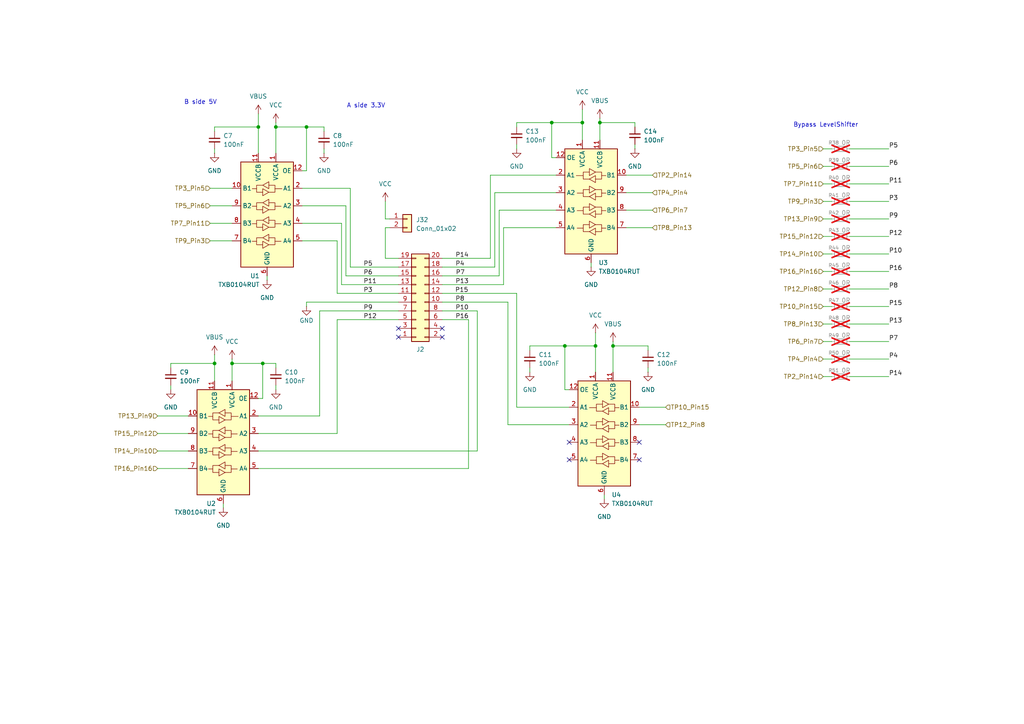
<source format=kicad_sch>
(kicad_sch
	(version 20250114)
	(generator "eeschema")
	(generator_version "9.0")
	(uuid "70a188e6-a6de-4a97-85b4-f2ce8487d062")
	(paper "A4")
	(lib_symbols
		(symbol "Connector_Generic:Conn_01x02"
			(pin_names
				(offset 1.016)
				(hide yes)
			)
			(exclude_from_sim no)
			(in_bom yes)
			(on_board yes)
			(property "Reference" "J"
				(at 0 2.54 0)
				(effects
					(font
						(size 1.27 1.27)
					)
				)
			)
			(property "Value" "Conn_01x02"
				(at 0 -5.08 0)
				(effects
					(font
						(size 1.27 1.27)
					)
				)
			)
			(property "Footprint" ""
				(at 0 0 0)
				(effects
					(font
						(size 1.27 1.27)
					)
					(hide yes)
				)
			)
			(property "Datasheet" "~"
				(at 0 0 0)
				(effects
					(font
						(size 1.27 1.27)
					)
					(hide yes)
				)
			)
			(property "Description" "Generic connector, single row, 01x02, script generated (kicad-library-utils/schlib/autogen/connector/)"
				(at 0 0 0)
				(effects
					(font
						(size 1.27 1.27)
					)
					(hide yes)
				)
			)
			(property "ki_keywords" "connector"
				(at 0 0 0)
				(effects
					(font
						(size 1.27 1.27)
					)
					(hide yes)
				)
			)
			(property "ki_fp_filters" "Connector*:*_1x??_*"
				(at 0 0 0)
				(effects
					(font
						(size 1.27 1.27)
					)
					(hide yes)
				)
			)
			(symbol "Conn_01x02_1_1"
				(rectangle
					(start -1.27 1.27)
					(end 1.27 -3.81)
					(stroke
						(width 0.254)
						(type default)
					)
					(fill
						(type background)
					)
				)
				(rectangle
					(start -1.27 0.127)
					(end 0 -0.127)
					(stroke
						(width 0.1524)
						(type default)
					)
					(fill
						(type none)
					)
				)
				(rectangle
					(start -1.27 -2.413)
					(end 0 -2.667)
					(stroke
						(width 0.1524)
						(type default)
					)
					(fill
						(type none)
					)
				)
				(pin passive line
					(at -5.08 0 0)
					(length 3.81)
					(name "Pin_1"
						(effects
							(font
								(size 1.27 1.27)
							)
						)
					)
					(number "1"
						(effects
							(font
								(size 1.27 1.27)
							)
						)
					)
				)
				(pin passive line
					(at -5.08 -2.54 0)
					(length 3.81)
					(name "Pin_2"
						(effects
							(font
								(size 1.27 1.27)
							)
						)
					)
					(number "2"
						(effects
							(font
								(size 1.27 1.27)
							)
						)
					)
				)
			)
			(embedded_fonts no)
		)
		(symbol "Connector_Generic:Conn_02x10_Odd_Even"
			(pin_names
				(offset 1.016)
				(hide yes)
			)
			(exclude_from_sim no)
			(in_bom yes)
			(on_board yes)
			(property "Reference" "J"
				(at 1.27 12.7 0)
				(effects
					(font
						(size 1.27 1.27)
					)
				)
			)
			(property "Value" "Conn_02x10_Odd_Even"
				(at 1.27 -15.24 0)
				(effects
					(font
						(size 1.27 1.27)
					)
				)
			)
			(property "Footprint" ""
				(at 0 0 0)
				(effects
					(font
						(size 1.27 1.27)
					)
					(hide yes)
				)
			)
			(property "Datasheet" "~"
				(at 0 0 0)
				(effects
					(font
						(size 1.27 1.27)
					)
					(hide yes)
				)
			)
			(property "Description" "Generic connector, double row, 02x10, odd/even pin numbering scheme (row 1 odd numbers, row 2 even numbers), script generated (kicad-library-utils/schlib/autogen/connector/)"
				(at 0 0 0)
				(effects
					(font
						(size 1.27 1.27)
					)
					(hide yes)
				)
			)
			(property "ki_keywords" "connector"
				(at 0 0 0)
				(effects
					(font
						(size 1.27 1.27)
					)
					(hide yes)
				)
			)
			(property "ki_fp_filters" "Connector*:*_2x??_*"
				(at 0 0 0)
				(effects
					(font
						(size 1.27 1.27)
					)
					(hide yes)
				)
			)
			(symbol "Conn_02x10_Odd_Even_1_1"
				(rectangle
					(start -1.27 11.43)
					(end 3.81 -13.97)
					(stroke
						(width 0.254)
						(type default)
					)
					(fill
						(type background)
					)
				)
				(rectangle
					(start -1.27 10.287)
					(end 0 10.033)
					(stroke
						(width 0.1524)
						(type default)
					)
					(fill
						(type none)
					)
				)
				(rectangle
					(start -1.27 7.747)
					(end 0 7.493)
					(stroke
						(width 0.1524)
						(type default)
					)
					(fill
						(type none)
					)
				)
				(rectangle
					(start -1.27 5.207)
					(end 0 4.953)
					(stroke
						(width 0.1524)
						(type default)
					)
					(fill
						(type none)
					)
				)
				(rectangle
					(start -1.27 2.667)
					(end 0 2.413)
					(stroke
						(width 0.1524)
						(type default)
					)
					(fill
						(type none)
					)
				)
				(rectangle
					(start -1.27 0.127)
					(end 0 -0.127)
					(stroke
						(width 0.1524)
						(type default)
					)
					(fill
						(type none)
					)
				)
				(rectangle
					(start -1.27 -2.413)
					(end 0 -2.667)
					(stroke
						(width 0.1524)
						(type default)
					)
					(fill
						(type none)
					)
				)
				(rectangle
					(start -1.27 -4.953)
					(end 0 -5.207)
					(stroke
						(width 0.1524)
						(type default)
					)
					(fill
						(type none)
					)
				)
				(rectangle
					(start -1.27 -7.493)
					(end 0 -7.747)
					(stroke
						(width 0.1524)
						(type default)
					)
					(fill
						(type none)
					)
				)
				(rectangle
					(start -1.27 -10.033)
					(end 0 -10.287)
					(stroke
						(width 0.1524)
						(type default)
					)
					(fill
						(type none)
					)
				)
				(rectangle
					(start -1.27 -12.573)
					(end 0 -12.827)
					(stroke
						(width 0.1524)
						(type default)
					)
					(fill
						(type none)
					)
				)
				(rectangle
					(start 3.81 10.287)
					(end 2.54 10.033)
					(stroke
						(width 0.1524)
						(type default)
					)
					(fill
						(type none)
					)
				)
				(rectangle
					(start 3.81 7.747)
					(end 2.54 7.493)
					(stroke
						(width 0.1524)
						(type default)
					)
					(fill
						(type none)
					)
				)
				(rectangle
					(start 3.81 5.207)
					(end 2.54 4.953)
					(stroke
						(width 0.1524)
						(type default)
					)
					(fill
						(type none)
					)
				)
				(rectangle
					(start 3.81 2.667)
					(end 2.54 2.413)
					(stroke
						(width 0.1524)
						(type default)
					)
					(fill
						(type none)
					)
				)
				(rectangle
					(start 3.81 0.127)
					(end 2.54 -0.127)
					(stroke
						(width 0.1524)
						(type default)
					)
					(fill
						(type none)
					)
				)
				(rectangle
					(start 3.81 -2.413)
					(end 2.54 -2.667)
					(stroke
						(width 0.1524)
						(type default)
					)
					(fill
						(type none)
					)
				)
				(rectangle
					(start 3.81 -4.953)
					(end 2.54 -5.207)
					(stroke
						(width 0.1524)
						(type default)
					)
					(fill
						(type none)
					)
				)
				(rectangle
					(start 3.81 -7.493)
					(end 2.54 -7.747)
					(stroke
						(width 0.1524)
						(type default)
					)
					(fill
						(type none)
					)
				)
				(rectangle
					(start 3.81 -10.033)
					(end 2.54 -10.287)
					(stroke
						(width 0.1524)
						(type default)
					)
					(fill
						(type none)
					)
				)
				(rectangle
					(start 3.81 -12.573)
					(end 2.54 -12.827)
					(stroke
						(width 0.1524)
						(type default)
					)
					(fill
						(type none)
					)
				)
				(pin passive line
					(at -5.08 10.16 0)
					(length 3.81)
					(name "Pin_1"
						(effects
							(font
								(size 1.27 1.27)
							)
						)
					)
					(number "1"
						(effects
							(font
								(size 1.27 1.27)
							)
						)
					)
				)
				(pin passive line
					(at -5.08 7.62 0)
					(length 3.81)
					(name "Pin_3"
						(effects
							(font
								(size 1.27 1.27)
							)
						)
					)
					(number "3"
						(effects
							(font
								(size 1.27 1.27)
							)
						)
					)
				)
				(pin passive line
					(at -5.08 5.08 0)
					(length 3.81)
					(name "Pin_5"
						(effects
							(font
								(size 1.27 1.27)
							)
						)
					)
					(number "5"
						(effects
							(font
								(size 1.27 1.27)
							)
						)
					)
				)
				(pin passive line
					(at -5.08 2.54 0)
					(length 3.81)
					(name "Pin_7"
						(effects
							(font
								(size 1.27 1.27)
							)
						)
					)
					(number "7"
						(effects
							(font
								(size 1.27 1.27)
							)
						)
					)
				)
				(pin passive line
					(at -5.08 0 0)
					(length 3.81)
					(name "Pin_9"
						(effects
							(font
								(size 1.27 1.27)
							)
						)
					)
					(number "9"
						(effects
							(font
								(size 1.27 1.27)
							)
						)
					)
				)
				(pin passive line
					(at -5.08 -2.54 0)
					(length 3.81)
					(name "Pin_11"
						(effects
							(font
								(size 1.27 1.27)
							)
						)
					)
					(number "11"
						(effects
							(font
								(size 1.27 1.27)
							)
						)
					)
				)
				(pin passive line
					(at -5.08 -5.08 0)
					(length 3.81)
					(name "Pin_13"
						(effects
							(font
								(size 1.27 1.27)
							)
						)
					)
					(number "13"
						(effects
							(font
								(size 1.27 1.27)
							)
						)
					)
				)
				(pin passive line
					(at -5.08 -7.62 0)
					(length 3.81)
					(name "Pin_15"
						(effects
							(font
								(size 1.27 1.27)
							)
						)
					)
					(number "15"
						(effects
							(font
								(size 1.27 1.27)
							)
						)
					)
				)
				(pin passive line
					(at -5.08 -10.16 0)
					(length 3.81)
					(name "Pin_17"
						(effects
							(font
								(size 1.27 1.27)
							)
						)
					)
					(number "17"
						(effects
							(font
								(size 1.27 1.27)
							)
						)
					)
				)
				(pin passive line
					(at -5.08 -12.7 0)
					(length 3.81)
					(name "Pin_19"
						(effects
							(font
								(size 1.27 1.27)
							)
						)
					)
					(number "19"
						(effects
							(font
								(size 1.27 1.27)
							)
						)
					)
				)
				(pin passive line
					(at 7.62 10.16 180)
					(length 3.81)
					(name "Pin_2"
						(effects
							(font
								(size 1.27 1.27)
							)
						)
					)
					(number "2"
						(effects
							(font
								(size 1.27 1.27)
							)
						)
					)
				)
				(pin passive line
					(at 7.62 7.62 180)
					(length 3.81)
					(name "Pin_4"
						(effects
							(font
								(size 1.27 1.27)
							)
						)
					)
					(number "4"
						(effects
							(font
								(size 1.27 1.27)
							)
						)
					)
				)
				(pin passive line
					(at 7.62 5.08 180)
					(length 3.81)
					(name "Pin_6"
						(effects
							(font
								(size 1.27 1.27)
							)
						)
					)
					(number "6"
						(effects
							(font
								(size 1.27 1.27)
							)
						)
					)
				)
				(pin passive line
					(at 7.62 2.54 180)
					(length 3.81)
					(name "Pin_8"
						(effects
							(font
								(size 1.27 1.27)
							)
						)
					)
					(number "8"
						(effects
							(font
								(size 1.27 1.27)
							)
						)
					)
				)
				(pin passive line
					(at 7.62 0 180)
					(length 3.81)
					(name "Pin_10"
						(effects
							(font
								(size 1.27 1.27)
							)
						)
					)
					(number "10"
						(effects
							(font
								(size 1.27 1.27)
							)
						)
					)
				)
				(pin passive line
					(at 7.62 -2.54 180)
					(length 3.81)
					(name "Pin_12"
						(effects
							(font
								(size 1.27 1.27)
							)
						)
					)
					(number "12"
						(effects
							(font
								(size 1.27 1.27)
							)
						)
					)
				)
				(pin passive line
					(at 7.62 -5.08 180)
					(length 3.81)
					(name "Pin_14"
						(effects
							(font
								(size 1.27 1.27)
							)
						)
					)
					(number "14"
						(effects
							(font
								(size 1.27 1.27)
							)
						)
					)
				)
				(pin passive line
					(at 7.62 -7.62 180)
					(length 3.81)
					(name "Pin_16"
						(effects
							(font
								(size 1.27 1.27)
							)
						)
					)
					(number "16"
						(effects
							(font
								(size 1.27 1.27)
							)
						)
					)
				)
				(pin passive line
					(at 7.62 -10.16 180)
					(length 3.81)
					(name "Pin_18"
						(effects
							(font
								(size 1.27 1.27)
							)
						)
					)
					(number "18"
						(effects
							(font
								(size 1.27 1.27)
							)
						)
					)
				)
				(pin passive line
					(at 7.62 -12.7 180)
					(length 3.81)
					(name "Pin_20"
						(effects
							(font
								(size 1.27 1.27)
							)
						)
					)
					(number "20"
						(effects
							(font
								(size 1.27 1.27)
							)
						)
					)
				)
			)
			(embedded_fonts no)
		)
		(symbol "Device:C_Small"
			(pin_numbers
				(hide yes)
			)
			(pin_names
				(offset 0.254)
				(hide yes)
			)
			(exclude_from_sim no)
			(in_bom yes)
			(on_board yes)
			(property "Reference" "C"
				(at 0.254 1.778 0)
				(effects
					(font
						(size 1.27 1.27)
					)
					(justify left)
				)
			)
			(property "Value" "C_Small"
				(at 0.254 -2.032 0)
				(effects
					(font
						(size 1.27 1.27)
					)
					(justify left)
				)
			)
			(property "Footprint" ""
				(at 0 0 0)
				(effects
					(font
						(size 1.27 1.27)
					)
					(hide yes)
				)
			)
			(property "Datasheet" "~"
				(at 0 0 0)
				(effects
					(font
						(size 1.27 1.27)
					)
					(hide yes)
				)
			)
			(property "Description" "Unpolarized capacitor, small symbol"
				(at 0 0 0)
				(effects
					(font
						(size 1.27 1.27)
					)
					(hide yes)
				)
			)
			(property "ki_keywords" "capacitor cap"
				(at 0 0 0)
				(effects
					(font
						(size 1.27 1.27)
					)
					(hide yes)
				)
			)
			(property "ki_fp_filters" "C_*"
				(at 0 0 0)
				(effects
					(font
						(size 1.27 1.27)
					)
					(hide yes)
				)
			)
			(symbol "C_Small_0_1"
				(polyline
					(pts
						(xy -1.524 0.508) (xy 1.524 0.508)
					)
					(stroke
						(width 0.3048)
						(type default)
					)
					(fill
						(type none)
					)
				)
				(polyline
					(pts
						(xy -1.524 -0.508) (xy 1.524 -0.508)
					)
					(stroke
						(width 0.3302)
						(type default)
					)
					(fill
						(type none)
					)
				)
			)
			(symbol "C_Small_1_1"
				(pin passive line
					(at 0 2.54 270)
					(length 2.032)
					(name "~"
						(effects
							(font
								(size 1.27 1.27)
							)
						)
					)
					(number "1"
						(effects
							(font
								(size 1.27 1.27)
							)
						)
					)
				)
				(pin passive line
					(at 0 -2.54 90)
					(length 2.032)
					(name "~"
						(effects
							(font
								(size 1.27 1.27)
							)
						)
					)
					(number "2"
						(effects
							(font
								(size 1.27 1.27)
							)
						)
					)
				)
			)
			(embedded_fonts no)
		)
		(symbol "Device:R_Small"
			(pin_numbers
				(hide yes)
			)
			(pin_names
				(offset 0.254)
				(hide yes)
			)
			(exclude_from_sim no)
			(in_bom yes)
			(on_board yes)
			(property "Reference" "R"
				(at 0 0 90)
				(effects
					(font
						(size 1.016 1.016)
					)
				)
			)
			(property "Value" "R_Small"
				(at 1.778 0 90)
				(effects
					(font
						(size 1.27 1.27)
					)
				)
			)
			(property "Footprint" ""
				(at 0 0 0)
				(effects
					(font
						(size 1.27 1.27)
					)
					(hide yes)
				)
			)
			(property "Datasheet" "~"
				(at 0 0 0)
				(effects
					(font
						(size 1.27 1.27)
					)
					(hide yes)
				)
			)
			(property "Description" "Resistor, small symbol"
				(at 0 0 0)
				(effects
					(font
						(size 1.27 1.27)
					)
					(hide yes)
				)
			)
			(property "ki_keywords" "R resistor"
				(at 0 0 0)
				(effects
					(font
						(size 1.27 1.27)
					)
					(hide yes)
				)
			)
			(property "ki_fp_filters" "R_*"
				(at 0 0 0)
				(effects
					(font
						(size 1.27 1.27)
					)
					(hide yes)
				)
			)
			(symbol "R_Small_0_1"
				(rectangle
					(start -0.762 1.778)
					(end 0.762 -1.778)
					(stroke
						(width 0.2032)
						(type default)
					)
					(fill
						(type none)
					)
				)
			)
			(symbol "R_Small_1_1"
				(pin passive line
					(at 0 2.54 270)
					(length 0.762)
					(name "~"
						(effects
							(font
								(size 1.27 1.27)
							)
						)
					)
					(number "1"
						(effects
							(font
								(size 1.27 1.27)
							)
						)
					)
				)
				(pin passive line
					(at 0 -2.54 90)
					(length 0.762)
					(name "~"
						(effects
							(font
								(size 1.27 1.27)
							)
						)
					)
					(number "2"
						(effects
							(font
								(size 1.27 1.27)
							)
						)
					)
				)
			)
			(embedded_fonts no)
		)
		(symbol "Logic_LevelTranslator:TXB0104RUT"
			(exclude_from_sim no)
			(in_bom yes)
			(on_board yes)
			(property "Reference" "U"
				(at -6.35 16.51 0)
				(effects
					(font
						(size 1.27 1.27)
					)
				)
			)
			(property "Value" "TXB0104RUT"
				(at 3.81 16.51 0)
				(effects
					(font
						(size 1.27 1.27)
					)
					(justify left)
				)
			)
			(property "Footprint" "Package_DFN_QFN:Texas_R-PUQFN-N12"
				(at 0 -19.05 0)
				(effects
					(font
						(size 1.27 1.27)
					)
					(hide yes)
				)
			)
			(property "Datasheet" "http://www.ti.com/lit/ds/symlink/txb0104.pdf"
				(at 2.794 2.413 0)
				(effects
					(font
						(size 1.27 1.27)
					)
					(hide yes)
				)
			)
			(property "Description" "4-Bit Bidirectional Voltage-Level Translator, Auto Direction Sensing and ±15-kV ESD Protection, 1.2 - 3.6V APort, 1.65 - 5.5V BPort, Texas_PUQFN-12"
				(at 0 0 0)
				(effects
					(font
						(size 1.27 1.27)
					)
					(hide yes)
				)
			)
			(property "ki_keywords" "Level-Shifter CMOS-TTL-Translation"
				(at 0 0 0)
				(effects
					(font
						(size 1.27 1.27)
					)
					(hide yes)
				)
			)
			(property "ki_fp_filters" "Texas*R*PUQFN*N12*"
				(at 0 0 0)
				(effects
					(font
						(size 1.27 1.27)
					)
					(hide yes)
				)
			)
			(symbol "TXB0104RUT_0_1"
				(rectangle
					(start -7.62 15.24)
					(end 7.62 -15.24)
					(stroke
						(width 0.254)
						(type default)
					)
					(fill
						(type background)
					)
				)
				(polyline
					(pts
						(xy -2.286 7.493) (xy -2.286 8.509) (xy -0.508 8.509)
					)
					(stroke
						(width 0)
						(type default)
					)
					(fill
						(type none)
					)
				)
				(polyline
					(pts
						(xy -2.286 2.413) (xy -2.286 3.429) (xy -0.508 3.429)
					)
					(stroke
						(width 0)
						(type default)
					)
					(fill
						(type none)
					)
				)
				(polyline
					(pts
						(xy -2.286 -2.667) (xy -2.286 -1.651) (xy -0.508 -1.651)
					)
					(stroke
						(width 0)
						(type default)
					)
					(fill
						(type none)
					)
				)
				(polyline
					(pts
						(xy -2.286 -7.747) (xy -2.286 -6.731) (xy -0.508 -6.731)
					)
					(stroke
						(width 0)
						(type default)
					)
					(fill
						(type none)
					)
				)
				(polyline
					(pts
						(xy -0.508 6.477) (xy -2.286 6.477) (xy -2.286 7.493) (xy -4.318 7.493)
					)
					(stroke
						(width 0)
						(type default)
					)
					(fill
						(type none)
					)
				)
				(polyline
					(pts
						(xy -0.508 6.477) (xy 1.27 7.493) (xy 1.27 5.461) (xy -0.508 6.477)
					)
					(stroke
						(width 0)
						(type default)
					)
					(fill
						(type none)
					)
				)
				(polyline
					(pts
						(xy -0.508 1.397) (xy -2.286 1.397) (xy -2.286 2.413) (xy -4.064 2.413)
					)
					(stroke
						(width 0)
						(type default)
					)
					(fill
						(type none)
					)
				)
				(polyline
					(pts
						(xy -0.508 1.397) (xy 1.27 2.413) (xy 1.27 0.381) (xy -0.508 1.397)
					)
					(stroke
						(width 0)
						(type default)
					)
					(fill
						(type none)
					)
				)
				(polyline
					(pts
						(xy -0.508 -3.683) (xy -2.286 -3.683) (xy -2.286 -2.667) (xy -4.064 -2.667)
					)
					(stroke
						(width 0)
						(type default)
					)
					(fill
						(type none)
					)
				)
				(polyline
					(pts
						(xy -0.508 -3.683) (xy 1.27 -2.667) (xy 1.27 -4.699) (xy -0.508 -3.683)
					)
					(stroke
						(width 0)
						(type default)
					)
					(fill
						(type none)
					)
				)
				(polyline
					(pts
						(xy -0.508 -8.763) (xy -2.286 -8.763) (xy -2.286 -7.747) (xy -4.064 -7.747)
					)
					(stroke
						(width 0)
						(type default)
					)
					(fill
						(type none)
					)
				)
				(polyline
					(pts
						(xy -0.508 -8.763) (xy 1.27 -7.747) (xy 1.27 -9.779) (xy -0.508 -8.763)
					)
					(stroke
						(width 0)
						(type default)
					)
					(fill
						(type none)
					)
				)
				(polyline
					(pts
						(xy 1.27 8.509) (xy -0.508 7.493) (xy -0.508 9.525) (xy 1.27 8.509)
					)
					(stroke
						(width 0)
						(type default)
					)
					(fill
						(type none)
					)
				)
				(polyline
					(pts
						(xy 1.27 8.509) (xy 3.048 8.509) (xy 3.048 7.493) (xy 4.318 7.493)
					)
					(stroke
						(width 0)
						(type default)
					)
					(fill
						(type none)
					)
				)
				(polyline
					(pts
						(xy 1.27 3.429) (xy -0.508 2.413) (xy -0.508 4.445) (xy 1.27 3.429)
					)
					(stroke
						(width 0)
						(type default)
					)
					(fill
						(type none)
					)
				)
				(polyline
					(pts
						(xy 1.27 3.429) (xy 3.048 3.429) (xy 3.048 2.413) (xy 4.318 2.413)
					)
					(stroke
						(width 0)
						(type default)
					)
					(fill
						(type none)
					)
				)
				(polyline
					(pts
						(xy 1.27 -1.651) (xy -0.508 -2.667) (xy -0.508 -0.635) (xy 1.27 -1.651)
					)
					(stroke
						(width 0)
						(type default)
					)
					(fill
						(type none)
					)
				)
				(polyline
					(pts
						(xy 1.27 -1.651) (xy 3.048 -1.651) (xy 3.048 -2.667) (xy 4.318 -2.667)
					)
					(stroke
						(width 0)
						(type default)
					)
					(fill
						(type none)
					)
				)
				(polyline
					(pts
						(xy 1.27 -6.731) (xy -0.508 -7.747) (xy -0.508 -5.715) (xy 1.27 -6.731)
					)
					(stroke
						(width 0)
						(type default)
					)
					(fill
						(type none)
					)
				)
				(polyline
					(pts
						(xy 1.27 -6.731) (xy 3.048 -6.731) (xy 3.048 -7.747) (xy 4.318 -7.747)
					)
					(stroke
						(width 0)
						(type default)
					)
					(fill
						(type none)
					)
				)
				(polyline
					(pts
						(xy 3.048 7.493) (xy 3.048 6.477) (xy 1.27 6.477)
					)
					(stroke
						(width 0)
						(type default)
					)
					(fill
						(type none)
					)
				)
				(polyline
					(pts
						(xy 3.048 2.413) (xy 3.048 1.397) (xy 1.27 1.397)
					)
					(stroke
						(width 0)
						(type default)
					)
					(fill
						(type none)
					)
				)
				(polyline
					(pts
						(xy 3.048 -2.667) (xy 3.048 -3.683) (xy 1.27 -3.683)
					)
					(stroke
						(width 0)
						(type default)
					)
					(fill
						(type none)
					)
				)
				(polyline
					(pts
						(xy 3.048 -7.747) (xy 3.048 -8.763) (xy 1.27 -8.763)
					)
					(stroke
						(width 0)
						(type default)
					)
					(fill
						(type none)
					)
				)
			)
			(symbol "TXB0104RUT_1_1"
				(pin input line
					(at -10.16 12.7 0)
					(length 2.54)
					(name "OE"
						(effects
							(font
								(size 1.27 1.27)
							)
						)
					)
					(number "12"
						(effects
							(font
								(size 1.27 1.27)
							)
						)
					)
				)
				(pin tri_state line
					(at -10.16 7.62 0)
					(length 2.54)
					(name "A1"
						(effects
							(font
								(size 1.27 1.27)
							)
						)
					)
					(number "2"
						(effects
							(font
								(size 1.27 1.27)
							)
						)
					)
				)
				(pin tri_state line
					(at -10.16 2.54 0)
					(length 2.54)
					(name "A2"
						(effects
							(font
								(size 1.27 1.27)
							)
						)
					)
					(number "3"
						(effects
							(font
								(size 1.27 1.27)
							)
						)
					)
				)
				(pin tri_state line
					(at -10.16 -2.54 0)
					(length 2.54)
					(name "A3"
						(effects
							(font
								(size 1.27 1.27)
							)
						)
					)
					(number "4"
						(effects
							(font
								(size 1.27 1.27)
							)
						)
					)
				)
				(pin tri_state line
					(at -10.16 -7.62 0)
					(length 2.54)
					(name "A4"
						(effects
							(font
								(size 1.27 1.27)
							)
						)
					)
					(number "5"
						(effects
							(font
								(size 1.27 1.27)
							)
						)
					)
				)
				(pin power_in line
					(at -2.54 17.78 270)
					(length 2.54)
					(name "VCCA"
						(effects
							(font
								(size 1.27 1.27)
							)
						)
					)
					(number "1"
						(effects
							(font
								(size 1.27 1.27)
							)
						)
					)
				)
				(pin power_in line
					(at 0 -17.78 90)
					(length 2.54)
					(name "GND"
						(effects
							(font
								(size 1.27 1.27)
							)
						)
					)
					(number "6"
						(effects
							(font
								(size 1.27 1.27)
							)
						)
					)
				)
				(pin power_in line
					(at 2.54 17.78 270)
					(length 2.54)
					(name "VCCB"
						(effects
							(font
								(size 1.27 1.27)
							)
						)
					)
					(number "11"
						(effects
							(font
								(size 1.27 1.27)
							)
						)
					)
				)
				(pin tri_state line
					(at 10.16 7.62 180)
					(length 2.54)
					(name "B1"
						(effects
							(font
								(size 1.27 1.27)
							)
						)
					)
					(number "10"
						(effects
							(font
								(size 1.27 1.27)
							)
						)
					)
				)
				(pin tri_state line
					(at 10.16 2.54 180)
					(length 2.54)
					(name "B2"
						(effects
							(font
								(size 1.27 1.27)
							)
						)
					)
					(number "9"
						(effects
							(font
								(size 1.27 1.27)
							)
						)
					)
				)
				(pin tri_state line
					(at 10.16 -2.54 180)
					(length 2.54)
					(name "B3"
						(effects
							(font
								(size 1.27 1.27)
							)
						)
					)
					(number "8"
						(effects
							(font
								(size 1.27 1.27)
							)
						)
					)
				)
				(pin tri_state line
					(at 10.16 -7.62 180)
					(length 2.54)
					(name "B4"
						(effects
							(font
								(size 1.27 1.27)
							)
						)
					)
					(number "7"
						(effects
							(font
								(size 1.27 1.27)
							)
						)
					)
				)
			)
			(embedded_fonts no)
		)
		(symbol "power:GND"
			(power)
			(pin_numbers
				(hide yes)
			)
			(pin_names
				(offset 0)
				(hide yes)
			)
			(exclude_from_sim no)
			(in_bom yes)
			(on_board yes)
			(property "Reference" "#PWR"
				(at 0 -6.35 0)
				(effects
					(font
						(size 1.27 1.27)
					)
					(hide yes)
				)
			)
			(property "Value" "GND"
				(at 0 -3.81 0)
				(effects
					(font
						(size 1.27 1.27)
					)
				)
			)
			(property "Footprint" ""
				(at 0 0 0)
				(effects
					(font
						(size 1.27 1.27)
					)
					(hide yes)
				)
			)
			(property "Datasheet" ""
				(at 0 0 0)
				(effects
					(font
						(size 1.27 1.27)
					)
					(hide yes)
				)
			)
			(property "Description" "Power symbol creates a global label with name \"GND\" , ground"
				(at 0 0 0)
				(effects
					(font
						(size 1.27 1.27)
					)
					(hide yes)
				)
			)
			(property "ki_keywords" "global power"
				(at 0 0 0)
				(effects
					(font
						(size 1.27 1.27)
					)
					(hide yes)
				)
			)
			(symbol "GND_0_1"
				(polyline
					(pts
						(xy 0 0) (xy 0 -1.27) (xy 1.27 -1.27) (xy 0 -2.54) (xy -1.27 -1.27) (xy 0 -1.27)
					)
					(stroke
						(width 0)
						(type default)
					)
					(fill
						(type none)
					)
				)
			)
			(symbol "GND_1_1"
				(pin power_in line
					(at 0 0 270)
					(length 0)
					(name "~"
						(effects
							(font
								(size 1.27 1.27)
							)
						)
					)
					(number "1"
						(effects
							(font
								(size 1.27 1.27)
							)
						)
					)
				)
			)
			(embedded_fonts no)
		)
		(symbol "power:VBUS"
			(power)
			(pin_numbers
				(hide yes)
			)
			(pin_names
				(offset 0)
				(hide yes)
			)
			(exclude_from_sim no)
			(in_bom yes)
			(on_board yes)
			(property "Reference" "#PWR"
				(at 0 -3.81 0)
				(effects
					(font
						(size 1.27 1.27)
					)
					(hide yes)
				)
			)
			(property "Value" "VBUS"
				(at 0 3.556 0)
				(effects
					(font
						(size 1.27 1.27)
					)
				)
			)
			(property "Footprint" ""
				(at 0 0 0)
				(effects
					(font
						(size 1.27 1.27)
					)
					(hide yes)
				)
			)
			(property "Datasheet" ""
				(at 0 0 0)
				(effects
					(font
						(size 1.27 1.27)
					)
					(hide yes)
				)
			)
			(property "Description" "Power symbol creates a global label with name \"VBUS\""
				(at 0 0 0)
				(effects
					(font
						(size 1.27 1.27)
					)
					(hide yes)
				)
			)
			(property "ki_keywords" "global power"
				(at 0 0 0)
				(effects
					(font
						(size 1.27 1.27)
					)
					(hide yes)
				)
			)
			(symbol "VBUS_0_1"
				(polyline
					(pts
						(xy -0.762 1.27) (xy 0 2.54)
					)
					(stroke
						(width 0)
						(type default)
					)
					(fill
						(type none)
					)
				)
				(polyline
					(pts
						(xy 0 2.54) (xy 0.762 1.27)
					)
					(stroke
						(width 0)
						(type default)
					)
					(fill
						(type none)
					)
				)
				(polyline
					(pts
						(xy 0 0) (xy 0 2.54)
					)
					(stroke
						(width 0)
						(type default)
					)
					(fill
						(type none)
					)
				)
			)
			(symbol "VBUS_1_1"
				(pin power_in line
					(at 0 0 90)
					(length 0)
					(name "~"
						(effects
							(font
								(size 1.27 1.27)
							)
						)
					)
					(number "1"
						(effects
							(font
								(size 1.27 1.27)
							)
						)
					)
				)
			)
			(embedded_fonts no)
		)
		(symbol "power:VCC"
			(power)
			(pin_numbers
				(hide yes)
			)
			(pin_names
				(offset 0)
				(hide yes)
			)
			(exclude_from_sim no)
			(in_bom yes)
			(on_board yes)
			(property "Reference" "#PWR"
				(at 0 -3.81 0)
				(effects
					(font
						(size 1.27 1.27)
					)
					(hide yes)
				)
			)
			(property "Value" "VCC"
				(at 0 3.556 0)
				(effects
					(font
						(size 1.27 1.27)
					)
				)
			)
			(property "Footprint" ""
				(at 0 0 0)
				(effects
					(font
						(size 1.27 1.27)
					)
					(hide yes)
				)
			)
			(property "Datasheet" ""
				(at 0 0 0)
				(effects
					(font
						(size 1.27 1.27)
					)
					(hide yes)
				)
			)
			(property "Description" "Power symbol creates a global label with name \"VCC\""
				(at 0 0 0)
				(effects
					(font
						(size 1.27 1.27)
					)
					(hide yes)
				)
			)
			(property "ki_keywords" "global power"
				(at 0 0 0)
				(effects
					(font
						(size 1.27 1.27)
					)
					(hide yes)
				)
			)
			(symbol "VCC_0_1"
				(polyline
					(pts
						(xy -0.762 1.27) (xy 0 2.54)
					)
					(stroke
						(width 0)
						(type default)
					)
					(fill
						(type none)
					)
				)
				(polyline
					(pts
						(xy 0 2.54) (xy 0.762 1.27)
					)
					(stroke
						(width 0)
						(type default)
					)
					(fill
						(type none)
					)
				)
				(polyline
					(pts
						(xy 0 0) (xy 0 2.54)
					)
					(stroke
						(width 0)
						(type default)
					)
					(fill
						(type none)
					)
				)
			)
			(symbol "VCC_1_1"
				(pin power_in line
					(at 0 0 90)
					(length 0)
					(name "~"
						(effects
							(font
								(size 1.27 1.27)
							)
						)
					)
					(number "1"
						(effects
							(font
								(size 1.27 1.27)
							)
						)
					)
				)
			)
			(embedded_fonts no)
		)
	)
	(text "Bypass LevelShifter"
		(exclude_from_sim no)
		(at 239.522 36.322 0)
		(effects
			(font
				(size 1.27 1.27)
			)
		)
		(uuid "313ff5d0-7b18-43ff-ab08-df77003b8390")
	)
	(text "A side 3.3V"
		(exclude_from_sim no)
		(at 106.172 30.734 0)
		(effects
			(font
				(size 1.27 1.27)
			)
		)
		(uuid "3e23d888-b6b5-4158-992f-4e74d47cf1f2")
	)
	(text "B side 5V"
		(exclude_from_sim no)
		(at 58.166 29.718 0)
		(effects
			(font
				(size 1.27 1.27)
			)
		)
		(uuid "cf9fd5f6-26ff-4c1a-9d46-d20ff512a1e9")
	)
	(junction
		(at 173.99 35.56)
		(diameter 0)
		(color 0 0 0 0)
		(uuid "0db441d8-56a7-4e21-9b25-9598a3422688")
	)
	(junction
		(at 67.31 105.41)
		(diameter 0)
		(color 0 0 0 0)
		(uuid "127608a8-bd5c-4733-b009-eb1b81bdd0d2")
	)
	(junction
		(at 80.01 36.83)
		(diameter 0)
		(color 0 0 0 0)
		(uuid "255454a6-eb66-42d7-b817-def411f6cae7")
	)
	(junction
		(at 163.83 100.33)
		(diameter 0)
		(color 0 0 0 0)
		(uuid "2c8a5d0c-d50a-4414-a803-6c85b6b43f4f")
	)
	(junction
		(at 76.2 105.41)
		(diameter 0)
		(color 0 0 0 0)
		(uuid "2c8ff2b7-7890-4dc9-934f-e142ff7c6247")
	)
	(junction
		(at 177.8 100.33)
		(diameter 0)
		(color 0 0 0 0)
		(uuid "53c68aaa-273b-4d22-a2ed-ae9a997e1be3")
	)
	(junction
		(at 160.02 35.56)
		(diameter 0)
		(color 0 0 0 0)
		(uuid "698cf9be-a76a-40d9-b383-507796eca37c")
	)
	(junction
		(at 88.9 36.83)
		(diameter 0)
		(color 0 0 0 0)
		(uuid "88663615-5211-4905-bcfc-8a12b2bd242a")
	)
	(junction
		(at 172.72 100.33)
		(diameter 0)
		(color 0 0 0 0)
		(uuid "c7fabf0a-d52a-42c7-b9e5-1657a94f9c5a")
	)
	(junction
		(at 62.23 105.41)
		(diameter 0)
		(color 0 0 0 0)
		(uuid "d237026c-ca91-4b67-bc85-fdb8e03da38c")
	)
	(junction
		(at 74.93 36.83)
		(diameter 0)
		(color 0 0 0 0)
		(uuid "da69d1ba-0a3b-41d6-bc1d-5f1bb4bb9494")
	)
	(junction
		(at 168.91 35.56)
		(diameter 0)
		(color 0 0 0 0)
		(uuid "fca15b4d-dd9f-4277-aa2e-674a8c1a74ef")
	)
	(no_connect
		(at 165.1 133.35)
		(uuid "02bcaba8-44f4-4872-ad54-bdcadf525346")
	)
	(no_connect
		(at 165.1 128.27)
		(uuid "03b59821-81b9-4ba3-8644-430e2359910b")
	)
	(no_connect
		(at 115.57 95.25)
		(uuid "1add960f-e9fa-4b29-b4ec-b383f4fec618")
	)
	(no_connect
		(at 185.42 128.27)
		(uuid "6949e9dd-e60e-4ec7-8626-6d5880ec8380")
	)
	(no_connect
		(at 128.27 95.25)
		(uuid "8cd65cd1-e097-467c-b8fe-ceea1dcb54fe")
	)
	(no_connect
		(at 128.27 97.79)
		(uuid "c989ffa7-186d-432b-bdfb-322101af5295")
	)
	(no_connect
		(at 115.57 97.79)
		(uuid "de71cbbe-9461-4267-bd98-6558cc94957c")
	)
	(no_connect
		(at 185.42 133.35)
		(uuid "e50f51e3-62e2-4d3a-a786-46b3b432a298")
	)
	(wire
		(pts
			(xy 187.96 100.33) (xy 187.96 101.6)
		)
		(stroke
			(width 0)
			(type default)
		)
		(uuid "04f5c1f1-8aee-45a0-8469-198f54d9a34d")
	)
	(wire
		(pts
			(xy 177.8 100.33) (xy 177.8 107.95)
		)
		(stroke
			(width 0)
			(type default)
		)
		(uuid "097ad236-c1d5-4266-92a1-a2ecf138d524")
	)
	(wire
		(pts
			(xy 160.02 35.56) (xy 168.91 35.56)
		)
		(stroke
			(width 0)
			(type default)
		)
		(uuid "0d9e0278-0574-4713-9a8e-9222955786af")
	)
	(wire
		(pts
			(xy 238.76 83.82) (xy 241.3 83.82)
		)
		(stroke
			(width 0)
			(type default)
		)
		(uuid "0f091637-8457-4b43-98f9-f9cb46cbc705")
	)
	(wire
		(pts
			(xy 246.38 93.98) (xy 257.81 93.98)
		)
		(stroke
			(width 0)
			(type default)
		)
		(uuid "0f7913cd-6e82-4f7f-94f1-241de4af9aa3")
	)
	(wire
		(pts
			(xy 246.38 83.82) (xy 257.81 83.82)
		)
		(stroke
			(width 0)
			(type default)
		)
		(uuid "1078b448-8ee2-4380-b1ec-017637d8828d")
	)
	(wire
		(pts
			(xy 153.67 100.33) (xy 163.83 100.33)
		)
		(stroke
			(width 0)
			(type default)
		)
		(uuid "112e871f-7c79-4061-a938-e6bed3215b2a")
	)
	(wire
		(pts
			(xy 80.01 36.83) (xy 88.9 36.83)
		)
		(stroke
			(width 0)
			(type default)
		)
		(uuid "13383bf6-06e7-4bb4-9128-4b86b7b9d6d2")
	)
	(wire
		(pts
			(xy 238.76 73.66) (xy 241.3 73.66)
		)
		(stroke
			(width 0)
			(type default)
		)
		(uuid "192a62c6-1553-4864-86eb-a9ea11a5f134")
	)
	(wire
		(pts
			(xy 246.38 104.14) (xy 257.81 104.14)
		)
		(stroke
			(width 0)
			(type default)
		)
		(uuid "1a53f46f-0170-4f62-8045-82aedc02f9af")
	)
	(wire
		(pts
			(xy 168.91 31.75) (xy 168.91 35.56)
		)
		(stroke
			(width 0)
			(type default)
		)
		(uuid "1a93758f-a6e5-4067-9a2f-b5d80371be15")
	)
	(wire
		(pts
			(xy 45.72 120.65) (xy 54.61 120.65)
		)
		(stroke
			(width 0)
			(type default)
		)
		(uuid "1af01b39-3872-4060-ae26-f6f6526d95ee")
	)
	(wire
		(pts
			(xy 238.76 78.74) (xy 241.3 78.74)
		)
		(stroke
			(width 0)
			(type default)
		)
		(uuid "1c574412-8d79-45a2-99a8-742ab9ad1d13")
	)
	(wire
		(pts
			(xy 62.23 105.41) (xy 62.23 110.49)
		)
		(stroke
			(width 0)
			(type default)
		)
		(uuid "23e81094-be91-4cb1-85d9-f67ba64f9804")
	)
	(wire
		(pts
			(xy 142.24 50.8) (xy 161.29 50.8)
		)
		(stroke
			(width 0)
			(type default)
		)
		(uuid "25dff63c-4b2c-4c01-82e7-75eaee2e648f")
	)
	(wire
		(pts
			(xy 111.76 74.93) (xy 111.76 66.04)
		)
		(stroke
			(width 0)
			(type default)
		)
		(uuid "268f9848-42ec-41eb-a5b2-332173f89c54")
	)
	(wire
		(pts
			(xy 135.89 92.71) (xy 135.89 135.89)
		)
		(stroke
			(width 0)
			(type default)
		)
		(uuid "26a78f63-4c2c-41d9-baa0-08f25b1756ea")
	)
	(wire
		(pts
			(xy 45.72 130.81) (xy 54.61 130.81)
		)
		(stroke
			(width 0)
			(type default)
		)
		(uuid "27407a13-773c-4e10-b9bf-a34c19245e40")
	)
	(wire
		(pts
			(xy 246.38 43.18) (xy 257.81 43.18)
		)
		(stroke
			(width 0)
			(type default)
		)
		(uuid "27f0365d-c9a3-4787-81ab-94ec84c57f6e")
	)
	(wire
		(pts
			(xy 74.93 125.73) (xy 97.79 125.73)
		)
		(stroke
			(width 0)
			(type default)
		)
		(uuid "28f1dab8-a48d-4718-95b8-b45b67d7884a")
	)
	(wire
		(pts
			(xy 246.38 109.22) (xy 257.81 109.22)
		)
		(stroke
			(width 0)
			(type default)
		)
		(uuid "29836591-ec0f-4e2e-9775-b86567dae81b")
	)
	(wire
		(pts
			(xy 238.76 88.9) (xy 241.3 88.9)
		)
		(stroke
			(width 0)
			(type default)
		)
		(uuid "2abeb051-74f9-4789-aa82-1b54052072db")
	)
	(wire
		(pts
			(xy 93.98 38.1) (xy 93.98 36.83)
		)
		(stroke
			(width 0)
			(type default)
		)
		(uuid "2ececede-64bd-43a4-a65f-8e2a0102b9f6")
	)
	(wire
		(pts
			(xy 92.71 90.17) (xy 115.57 90.17)
		)
		(stroke
			(width 0)
			(type default)
		)
		(uuid "2fc648ad-4c2c-4449-840c-487638acf6ab")
	)
	(wire
		(pts
			(xy 161.29 55.88) (xy 143.51 55.88)
		)
		(stroke
			(width 0)
			(type default)
		)
		(uuid "34a32fd8-60f0-4db7-9cae-eecb65a6e8ba")
	)
	(wire
		(pts
			(xy 172.72 100.33) (xy 172.72 107.95)
		)
		(stroke
			(width 0)
			(type default)
		)
		(uuid "35567784-72b7-47b6-a118-ad6ca6367b0f")
	)
	(wire
		(pts
			(xy 238.76 93.98) (xy 241.3 93.98)
		)
		(stroke
			(width 0)
			(type default)
		)
		(uuid "393f231d-dcf1-4bbd-97ae-63be475b5622")
	)
	(wire
		(pts
			(xy 87.63 49.53) (xy 88.9 49.53)
		)
		(stroke
			(width 0)
			(type default)
		)
		(uuid "3a8f1b3f-ec64-4ed8-bc24-dd549f658b04")
	)
	(wire
		(pts
			(xy 88.9 87.63) (xy 88.9 88.9)
		)
		(stroke
			(width 0)
			(type default)
		)
		(uuid "3b7324de-80c6-4e5c-a6d2-c54aa2c0bfc3")
	)
	(wire
		(pts
			(xy 246.38 53.34) (xy 257.81 53.34)
		)
		(stroke
			(width 0)
			(type default)
		)
		(uuid "3de46d42-c871-4100-93c9-96a05da858fb")
	)
	(wire
		(pts
			(xy 153.67 100.33) (xy 153.67 101.6)
		)
		(stroke
			(width 0)
			(type default)
		)
		(uuid "3e7628f6-28a0-4d84-99df-6352c597985e")
	)
	(wire
		(pts
			(xy 246.38 48.26) (xy 257.81 48.26)
		)
		(stroke
			(width 0)
			(type default)
		)
		(uuid "4082bd55-8e06-4ab9-8e3c-2397c5f61b63")
	)
	(wire
		(pts
			(xy 88.9 87.63) (xy 115.57 87.63)
		)
		(stroke
			(width 0)
			(type default)
		)
		(uuid "40aa6b7d-4013-4955-a839-d9d3f8dc1f64")
	)
	(wire
		(pts
			(xy 173.99 34.29) (xy 173.99 35.56)
		)
		(stroke
			(width 0)
			(type default)
		)
		(uuid "42e20649-0d72-4856-9539-5e527087d4d9")
	)
	(wire
		(pts
			(xy 143.51 77.47) (xy 128.27 77.47)
		)
		(stroke
			(width 0)
			(type default)
		)
		(uuid "446f01eb-c36b-42e7-9d0d-7aa6a40810cc")
	)
	(wire
		(pts
			(xy 128.27 92.71) (xy 135.89 92.71)
		)
		(stroke
			(width 0)
			(type default)
		)
		(uuid "462d09e6-0d69-4fe8-98f6-eb357013d6cd")
	)
	(wire
		(pts
			(xy 246.38 58.42) (xy 257.81 58.42)
		)
		(stroke
			(width 0)
			(type default)
		)
		(uuid "467083f4-b122-4b47-b603-04a80b859254")
	)
	(wire
		(pts
			(xy 238.76 53.34) (xy 241.3 53.34)
		)
		(stroke
			(width 0)
			(type default)
		)
		(uuid "47ccbd1d-d64b-466f-964b-bfa2ba5d74b8")
	)
	(wire
		(pts
			(xy 146.05 66.04) (xy 146.05 82.55)
		)
		(stroke
			(width 0)
			(type default)
		)
		(uuid "4a287e46-f42a-47f7-a3ba-370c3b4344da")
	)
	(wire
		(pts
			(xy 62.23 43.18) (xy 62.23 44.45)
		)
		(stroke
			(width 0)
			(type default)
		)
		(uuid "4ad0a79f-8d6d-4d1e-994d-087d4d3c5954")
	)
	(wire
		(pts
			(xy 238.76 104.14) (xy 241.3 104.14)
		)
		(stroke
			(width 0)
			(type default)
		)
		(uuid "4b7f9c72-11b7-4df1-9ab7-aa2a41c0f0d2")
	)
	(wire
		(pts
			(xy 100.33 80.01) (xy 100.33 59.69)
		)
		(stroke
			(width 0)
			(type default)
		)
		(uuid "4cca753b-9cff-49d0-be57-b474f7a5efe8")
	)
	(wire
		(pts
			(xy 165.1 113.03) (xy 163.83 113.03)
		)
		(stroke
			(width 0)
			(type default)
		)
		(uuid "4ed274fd-14fc-4716-bd3f-3d4d0387a904")
	)
	(wire
		(pts
			(xy 88.9 36.83) (xy 88.9 49.53)
		)
		(stroke
			(width 0)
			(type default)
		)
		(uuid "50562b43-39e6-4732-a0ee-6293900c14f1")
	)
	(wire
		(pts
			(xy 238.76 43.18) (xy 241.3 43.18)
		)
		(stroke
			(width 0)
			(type default)
		)
		(uuid "52da4df2-7a97-4e59-8cdb-976f499e6032")
	)
	(wire
		(pts
			(xy 93.98 43.18) (xy 93.98 44.45)
		)
		(stroke
			(width 0)
			(type default)
		)
		(uuid "532f34eb-8dfa-4d90-8b1d-888b0df69437")
	)
	(wire
		(pts
			(xy 128.27 74.93) (xy 142.24 74.93)
		)
		(stroke
			(width 0)
			(type default)
		)
		(uuid "5395bc36-9e4e-413d-b5f6-22673f576820")
	)
	(wire
		(pts
			(xy 74.93 130.81) (xy 138.43 130.81)
		)
		(stroke
			(width 0)
			(type default)
		)
		(uuid "565c9ef6-f8c2-41bc-96f1-bf0f80f45d45")
	)
	(wire
		(pts
			(xy 144.78 60.96) (xy 161.29 60.96)
		)
		(stroke
			(width 0)
			(type default)
		)
		(uuid "5fdcef10-6173-42e0-a093-b5c755dc0f79")
	)
	(wire
		(pts
			(xy 128.27 87.63) (xy 147.32 87.63)
		)
		(stroke
			(width 0)
			(type default)
		)
		(uuid "623a3166-b6a6-4899-b652-cf2c377ad388")
	)
	(wire
		(pts
			(xy 163.83 100.33) (xy 163.83 113.03)
		)
		(stroke
			(width 0)
			(type default)
		)
		(uuid "6740c551-9d67-4b1e-9e63-675c3a2a586d")
	)
	(wire
		(pts
			(xy 168.91 35.56) (xy 168.91 40.64)
		)
		(stroke
			(width 0)
			(type default)
		)
		(uuid "6830e027-4bf6-4f2b-a06b-72a373f6833a")
	)
	(wire
		(pts
			(xy 97.79 85.09) (xy 97.79 69.85)
		)
		(stroke
			(width 0)
			(type default)
		)
		(uuid "6a0c0413-d1c2-40f7-9801-63c44ccf234b")
	)
	(wire
		(pts
			(xy 74.93 115.57) (xy 76.2 115.57)
		)
		(stroke
			(width 0)
			(type default)
		)
		(uuid "6c66e1b4-9d56-459f-a6f3-6e1a6f7d9f79")
	)
	(wire
		(pts
			(xy 64.77 147.32) (xy 64.77 146.05)
		)
		(stroke
			(width 0)
			(type default)
		)
		(uuid "6f552ed3-a35a-4367-ac4f-e97a8a0d50bb")
	)
	(wire
		(pts
			(xy 246.38 68.58) (xy 257.81 68.58)
		)
		(stroke
			(width 0)
			(type default)
		)
		(uuid "6fbd9906-6d43-4b9e-b8d6-64ccc5780b4b")
	)
	(wire
		(pts
			(xy 62.23 38.1) (xy 62.23 36.83)
		)
		(stroke
			(width 0)
			(type default)
		)
		(uuid "7114c2d1-e2c2-4fd7-85d5-7bcc8311d7ac")
	)
	(wire
		(pts
			(xy 87.63 64.77) (xy 99.06 64.77)
		)
		(stroke
			(width 0)
			(type default)
		)
		(uuid "71dd0a09-ec7c-4adf-bb1a-eee2c509c528")
	)
	(wire
		(pts
			(xy 111.76 66.04) (xy 113.03 66.04)
		)
		(stroke
			(width 0)
			(type default)
		)
		(uuid "74bfab87-d987-48bf-a1dd-6f8797f45c46")
	)
	(wire
		(pts
			(xy 238.76 48.26) (xy 241.3 48.26)
		)
		(stroke
			(width 0)
			(type default)
		)
		(uuid "7a888485-e916-4093-8be0-b255cbceef43")
	)
	(wire
		(pts
			(xy 101.6 54.61) (xy 101.6 77.47)
		)
		(stroke
			(width 0)
			(type default)
		)
		(uuid "7aa90f4f-a55b-4d8c-9597-bee59bc12926")
	)
	(wire
		(pts
			(xy 101.6 77.47) (xy 115.57 77.47)
		)
		(stroke
			(width 0)
			(type default)
		)
		(uuid "7cb9bb6d-ce39-4c01-9497-b422254fac75")
	)
	(wire
		(pts
			(xy 76.2 105.41) (xy 76.2 115.57)
		)
		(stroke
			(width 0)
			(type default)
		)
		(uuid "7dba109b-8ba7-48d8-93bb-835fd3d7050d")
	)
	(wire
		(pts
			(xy 97.79 69.85) (xy 87.63 69.85)
		)
		(stroke
			(width 0)
			(type default)
		)
		(uuid "832ef496-21af-4f28-a032-77fa067d1cfb")
	)
	(wire
		(pts
			(xy 185.42 118.11) (xy 193.04 118.11)
		)
		(stroke
			(width 0)
			(type default)
		)
		(uuid "855d789e-b7c4-43f6-8f1a-9ea77df1349f")
	)
	(wire
		(pts
			(xy 49.53 105.41) (xy 49.53 106.68)
		)
		(stroke
			(width 0)
			(type default)
		)
		(uuid "8a50a276-458e-4632-b6aa-340d431e9028")
	)
	(wire
		(pts
			(xy 146.05 82.55) (xy 128.27 82.55)
		)
		(stroke
			(width 0)
			(type default)
		)
		(uuid "8a99de22-17f1-494d-8985-84b27576edb5")
	)
	(wire
		(pts
			(xy 161.29 66.04) (xy 146.05 66.04)
		)
		(stroke
			(width 0)
			(type default)
		)
		(uuid "8aac9ab4-5fb7-4154-90fd-19a95d0710ab")
	)
	(wire
		(pts
			(xy 80.01 105.41) (xy 76.2 105.41)
		)
		(stroke
			(width 0)
			(type default)
		)
		(uuid "8d15dbff-7e00-45af-b5f4-79ef7654b35d")
	)
	(wire
		(pts
			(xy 153.67 106.68) (xy 153.67 107.95)
		)
		(stroke
			(width 0)
			(type default)
		)
		(uuid "8da07139-b900-46ba-8dbc-8f86567c529a")
	)
	(wire
		(pts
			(xy 144.78 80.01) (xy 144.78 60.96)
		)
		(stroke
			(width 0)
			(type default)
		)
		(uuid "8ea0b440-cd77-4086-871a-317490d5d743")
	)
	(wire
		(pts
			(xy 147.32 123.19) (xy 165.1 123.19)
		)
		(stroke
			(width 0)
			(type default)
		)
		(uuid "8ea4a07e-dc3e-454d-a4f6-b79445e2a7f9")
	)
	(wire
		(pts
			(xy 97.79 92.71) (xy 97.79 125.73)
		)
		(stroke
			(width 0)
			(type default)
		)
		(uuid "8f4517b6-2979-41d6-b646-c092ab664098")
	)
	(wire
		(pts
			(xy 185.42 123.19) (xy 193.04 123.19)
		)
		(stroke
			(width 0)
			(type default)
		)
		(uuid "90cc0c1a-b5ab-4b25-8b20-af9973bddfbb")
	)
	(wire
		(pts
			(xy 238.76 63.5) (xy 241.3 63.5)
		)
		(stroke
			(width 0)
			(type default)
		)
		(uuid "92cf6be9-b2a3-4746-8864-2816bbea1817")
	)
	(wire
		(pts
			(xy 187.96 100.33) (xy 177.8 100.33)
		)
		(stroke
			(width 0)
			(type default)
		)
		(uuid "9898fa36-da09-49c4-ab66-12f5eece8885")
	)
	(wire
		(pts
			(xy 184.15 35.56) (xy 173.99 35.56)
		)
		(stroke
			(width 0)
			(type default)
		)
		(uuid "98da6149-9a79-434d-88ed-f481ccf225c2")
	)
	(wire
		(pts
			(xy 246.38 99.06) (xy 257.81 99.06)
		)
		(stroke
			(width 0)
			(type default)
		)
		(uuid "99c20f21-f8bb-46c7-bf9b-ab4464fe6051")
	)
	(wire
		(pts
			(xy 74.93 36.83) (xy 74.93 44.45)
		)
		(stroke
			(width 0)
			(type default)
		)
		(uuid "9ad46dba-87b6-4d3d-87c3-a64e1868da33")
	)
	(wire
		(pts
			(xy 60.96 59.69) (xy 67.31 59.69)
		)
		(stroke
			(width 0)
			(type default)
		)
		(uuid "9ea2ec5f-eded-41d2-bfad-92c73d906efa")
	)
	(wire
		(pts
			(xy 67.31 110.49) (xy 67.31 105.41)
		)
		(stroke
			(width 0)
			(type default)
		)
		(uuid "9eab8858-98ee-47eb-bc35-f9fc34cef028")
	)
	(wire
		(pts
			(xy 74.93 120.65) (xy 92.71 120.65)
		)
		(stroke
			(width 0)
			(type default)
		)
		(uuid "a198a8b4-1cc8-44b1-8f29-b68ca63151aa")
	)
	(wire
		(pts
			(xy 149.86 85.09) (xy 128.27 85.09)
		)
		(stroke
			(width 0)
			(type default)
		)
		(uuid "a26eb3cb-2b8f-4ff0-af37-7354e25e974a")
	)
	(wire
		(pts
			(xy 246.38 73.66) (xy 257.81 73.66)
		)
		(stroke
			(width 0)
			(type default)
		)
		(uuid "a2ce9406-2c1d-4c33-b801-c19971e0f8d8")
	)
	(wire
		(pts
			(xy 184.15 35.56) (xy 184.15 36.83)
		)
		(stroke
			(width 0)
			(type default)
		)
		(uuid "a474f431-acdb-4e64-aed2-5c46c1499b94")
	)
	(wire
		(pts
			(xy 60.96 69.85) (xy 67.31 69.85)
		)
		(stroke
			(width 0)
			(type default)
		)
		(uuid "a526219f-5423-48fe-a5be-325b77b7d9ae")
	)
	(wire
		(pts
			(xy 99.06 82.55) (xy 115.57 82.55)
		)
		(stroke
			(width 0)
			(type default)
		)
		(uuid "a74f13e5-10e0-48aa-9b5a-4b8a8655621f")
	)
	(wire
		(pts
			(xy 45.72 125.73) (xy 54.61 125.73)
		)
		(stroke
			(width 0)
			(type default)
		)
		(uuid "a83a1a90-655d-4e83-9b38-4409a2f905de")
	)
	(wire
		(pts
			(xy 128.27 80.01) (xy 144.78 80.01)
		)
		(stroke
			(width 0)
			(type default)
		)
		(uuid "a8dc44dc-968c-4c63-aaf2-628051cccbe8")
	)
	(wire
		(pts
			(xy 77.47 81.28) (xy 77.47 80.01)
		)
		(stroke
			(width 0)
			(type default)
		)
		(uuid "abd4bea0-2795-4151-b60d-9c40a8e0706c")
	)
	(wire
		(pts
			(xy 149.86 35.56) (xy 149.86 36.83)
		)
		(stroke
			(width 0)
			(type default)
		)
		(uuid "ae2b966a-1969-4387-9e6c-06caad4fb537")
	)
	(wire
		(pts
			(xy 97.79 85.09) (xy 115.57 85.09)
		)
		(stroke
			(width 0)
			(type default)
		)
		(uuid "ae7cbd03-4df5-4ba9-a042-b5e745806960")
	)
	(wire
		(pts
			(xy 62.23 102.87) (xy 62.23 105.41)
		)
		(stroke
			(width 0)
			(type default)
		)
		(uuid "af593615-3b7d-4f38-a0aa-aa3c78de55aa")
	)
	(wire
		(pts
			(xy 74.93 33.02) (xy 74.93 36.83)
		)
		(stroke
			(width 0)
			(type default)
		)
		(uuid "af7389c6-0ad9-45ec-98e9-521ad0c35711")
	)
	(wire
		(pts
			(xy 100.33 80.01) (xy 115.57 80.01)
		)
		(stroke
			(width 0)
			(type default)
		)
		(uuid "af7a8bb2-d04b-498c-b9b8-55548d3d2e6a")
	)
	(wire
		(pts
			(xy 87.63 59.69) (xy 100.33 59.69)
		)
		(stroke
			(width 0)
			(type default)
		)
		(uuid "b17bd3a1-71d6-49f2-9753-871cba28d9f5")
	)
	(wire
		(pts
			(xy 147.32 87.63) (xy 147.32 123.19)
		)
		(stroke
			(width 0)
			(type default)
		)
		(uuid "b3239307-684f-4af4-9634-200c831ade02")
	)
	(wire
		(pts
			(xy 177.8 99.06) (xy 177.8 100.33)
		)
		(stroke
			(width 0)
			(type default)
		)
		(uuid "b37e37c7-f171-4385-883a-9171fee5d9e9")
	)
	(wire
		(pts
			(xy 238.76 68.58) (xy 241.3 68.58)
		)
		(stroke
			(width 0)
			(type default)
		)
		(uuid "b611fb3c-9304-4ee0-aee1-8dcad422037d")
	)
	(wire
		(pts
			(xy 67.31 104.14) (xy 67.31 105.41)
		)
		(stroke
			(width 0)
			(type default)
		)
		(uuid "b6834ea1-7ef6-4b02-a2e4-b94f8da85f3b")
	)
	(wire
		(pts
			(xy 111.76 58.42) (xy 111.76 63.5)
		)
		(stroke
			(width 0)
			(type default)
		)
		(uuid "ba13ebfb-b413-4d2d-9ce6-563bf0c65bd0")
	)
	(wire
		(pts
			(xy 111.76 74.93) (xy 115.57 74.93)
		)
		(stroke
			(width 0)
			(type default)
		)
		(uuid "ba2ef1e2-edd2-4dc6-bc9e-2a552c61f7b8")
	)
	(wire
		(pts
			(xy 246.38 63.5) (xy 257.81 63.5)
		)
		(stroke
			(width 0)
			(type default)
		)
		(uuid "bc968eb1-bcc1-4c50-9496-d977724bbb1c")
	)
	(wire
		(pts
			(xy 138.43 90.17) (xy 128.27 90.17)
		)
		(stroke
			(width 0)
			(type default)
		)
		(uuid "bd5db08c-22c9-4569-a32e-191332fe3b58")
	)
	(wire
		(pts
			(xy 172.72 96.52) (xy 172.72 100.33)
		)
		(stroke
			(width 0)
			(type default)
		)
		(uuid "bdd022f6-9f75-47b6-b445-990f1a5d23bb")
	)
	(wire
		(pts
			(xy 175.26 144.78) (xy 175.26 143.51)
		)
		(stroke
			(width 0)
			(type default)
		)
		(uuid "c007aad8-4a36-484d-98e8-5a772c697a19")
	)
	(wire
		(pts
			(xy 80.01 36.83) (xy 80.01 44.45)
		)
		(stroke
			(width 0)
			(type default)
		)
		(uuid "c35b3f52-2a0a-440a-8ce8-c6148c63739d")
	)
	(wire
		(pts
			(xy 187.96 106.68) (xy 187.96 107.95)
		)
		(stroke
			(width 0)
			(type default)
		)
		(uuid "c7d9159c-a24b-464e-913b-e115e079cc38")
	)
	(wire
		(pts
			(xy 135.89 135.89) (xy 74.93 135.89)
		)
		(stroke
			(width 0)
			(type default)
		)
		(uuid "c86d2ac8-8069-46e0-aa5a-69b23133d5c1")
	)
	(wire
		(pts
			(xy 161.29 45.72) (xy 160.02 45.72)
		)
		(stroke
			(width 0)
			(type default)
		)
		(uuid "c87dfc00-91d8-4a06-a320-ace6a316984d")
	)
	(wire
		(pts
			(xy 238.76 109.22) (xy 241.3 109.22)
		)
		(stroke
			(width 0)
			(type default)
		)
		(uuid "c951e391-bf10-4fd8-8e42-067df93c73d2")
	)
	(wire
		(pts
			(xy 76.2 105.41) (xy 67.31 105.41)
		)
		(stroke
			(width 0)
			(type default)
		)
		(uuid "ccebe728-3a40-4610-8e7c-44f76f9d8066")
	)
	(wire
		(pts
			(xy 163.83 100.33) (xy 172.72 100.33)
		)
		(stroke
			(width 0)
			(type default)
		)
		(uuid "cd58b3c1-ec14-4092-b1be-060bbcf80b88")
	)
	(wire
		(pts
			(xy 165.1 118.11) (xy 149.86 118.11)
		)
		(stroke
			(width 0)
			(type default)
		)
		(uuid "cec77efd-47ec-4abe-ae01-ffd82884c976")
	)
	(wire
		(pts
			(xy 60.96 54.61) (xy 67.31 54.61)
		)
		(stroke
			(width 0)
			(type default)
		)
		(uuid "cf0b572a-52b9-4538-a22e-d4d840783efc")
	)
	(wire
		(pts
			(xy 60.96 64.77) (xy 67.31 64.77)
		)
		(stroke
			(width 0)
			(type default)
		)
		(uuid "d05f72bd-9cc3-44f0-8e09-22d020888916")
	)
	(wire
		(pts
			(xy 149.86 41.91) (xy 149.86 43.18)
		)
		(stroke
			(width 0)
			(type default)
		)
		(uuid "d0e3fcf0-04fd-4069-a17a-0f127e8f66d1")
	)
	(wire
		(pts
			(xy 99.06 64.77) (xy 99.06 82.55)
		)
		(stroke
			(width 0)
			(type default)
		)
		(uuid "d266d6c6-8d39-4c0d-b237-2337ea5692f8")
	)
	(wire
		(pts
			(xy 238.76 58.42) (xy 241.3 58.42)
		)
		(stroke
			(width 0)
			(type default)
		)
		(uuid "d27be7f9-1171-42b4-b5bf-49ea6265cd6e")
	)
	(wire
		(pts
			(xy 149.86 35.56) (xy 160.02 35.56)
		)
		(stroke
			(width 0)
			(type default)
		)
		(uuid "d3af4e48-9127-46a8-89c3-cc06d6133b4c")
	)
	(wire
		(pts
			(xy 92.71 90.17) (xy 92.71 120.65)
		)
		(stroke
			(width 0)
			(type default)
		)
		(uuid "d75fa4f5-c0bd-405f-a493-49d0fe73a2dd")
	)
	(wire
		(pts
			(xy 184.15 41.91) (xy 184.15 43.18)
		)
		(stroke
			(width 0)
			(type default)
		)
		(uuid "d761009c-cccc-4be6-a9a2-d968f256d15e")
	)
	(wire
		(pts
			(xy 160.02 35.56) (xy 160.02 45.72)
		)
		(stroke
			(width 0)
			(type default)
		)
		(uuid "d8cd04b4-226a-4312-a34f-decdd25b28af")
	)
	(wire
		(pts
			(xy 189.23 66.04) (xy 181.61 66.04)
		)
		(stroke
			(width 0)
			(type default)
		)
		(uuid "dbb49a3b-833f-4f38-af5c-bd429a519ede")
	)
	(wire
		(pts
			(xy 88.9 36.83) (xy 93.98 36.83)
		)
		(stroke
			(width 0)
			(type default)
		)
		(uuid "dbb7806a-746c-48e2-b1e1-47e1ec09361b")
	)
	(wire
		(pts
			(xy 189.23 55.88) (xy 181.61 55.88)
		)
		(stroke
			(width 0)
			(type default)
		)
		(uuid "dbc125f6-27c9-4266-9b49-c257639ce5d9")
	)
	(wire
		(pts
			(xy 138.43 130.81) (xy 138.43 90.17)
		)
		(stroke
			(width 0)
			(type default)
		)
		(uuid "dc57913f-3b32-4d20-9a85-6844baf197d9")
	)
	(wire
		(pts
			(xy 246.38 78.74) (xy 257.81 78.74)
		)
		(stroke
			(width 0)
			(type default)
		)
		(uuid "dccd28f1-23db-4a82-a0af-b012a303b8db")
	)
	(wire
		(pts
			(xy 49.53 105.41) (xy 62.23 105.41)
		)
		(stroke
			(width 0)
			(type default)
		)
		(uuid "ddd31d40-9c3f-49dc-a848-e130ba4a1977")
	)
	(wire
		(pts
			(xy 189.23 50.8) (xy 181.61 50.8)
		)
		(stroke
			(width 0)
			(type default)
		)
		(uuid "e25e996d-593e-4f90-be68-7588279fbf43")
	)
	(wire
		(pts
			(xy 149.86 118.11) (xy 149.86 85.09)
		)
		(stroke
			(width 0)
			(type default)
		)
		(uuid "e339ad12-5c0b-4f39-976a-ece9a189df5b")
	)
	(wire
		(pts
			(xy 80.01 111.76) (xy 80.01 113.03)
		)
		(stroke
			(width 0)
			(type default)
		)
		(uuid "e34dca65-198f-4147-b02b-d8b1eb2897e6")
	)
	(wire
		(pts
			(xy 80.01 35.56) (xy 80.01 36.83)
		)
		(stroke
			(width 0)
			(type default)
		)
		(uuid "e52b262e-9881-4977-a0e4-821c7b7b3738")
	)
	(wire
		(pts
			(xy 97.79 92.71) (xy 115.57 92.71)
		)
		(stroke
			(width 0)
			(type default)
		)
		(uuid "e63ab848-0dbc-4946-95dc-42699770e097")
	)
	(wire
		(pts
			(xy 111.76 63.5) (xy 113.03 63.5)
		)
		(stroke
			(width 0)
			(type default)
		)
		(uuid "e6c42ef9-10f4-420c-99dd-ce9586cc94ef")
	)
	(wire
		(pts
			(xy 142.24 74.93) (xy 142.24 50.8)
		)
		(stroke
			(width 0)
			(type default)
		)
		(uuid "e827fc48-9a61-4da9-b2c9-59b3bf8a4416")
	)
	(wire
		(pts
			(xy 80.01 105.41) (xy 80.01 106.68)
		)
		(stroke
			(width 0)
			(type default)
		)
		(uuid "e874a6e2-ab66-4410-8a36-699dc34d7474")
	)
	(wire
		(pts
			(xy 143.51 55.88) (xy 143.51 77.47)
		)
		(stroke
			(width 0)
			(type default)
		)
		(uuid "e9eb4a0e-8220-4ee7-8c95-eb9cc9b4f24e")
	)
	(wire
		(pts
			(xy 62.23 36.83) (xy 74.93 36.83)
		)
		(stroke
			(width 0)
			(type default)
		)
		(uuid "eab1391b-4d2d-4314-bc9a-260cc2f73852")
	)
	(wire
		(pts
			(xy 49.53 111.76) (xy 49.53 113.03)
		)
		(stroke
			(width 0)
			(type default)
		)
		(uuid "ebc4875b-b457-4a34-b53d-be5af350bec3")
	)
	(wire
		(pts
			(xy 189.23 60.96) (xy 181.61 60.96)
		)
		(stroke
			(width 0)
			(type default)
		)
		(uuid "ec765bc2-23b5-4f5d-946d-818c0b4057e1")
	)
	(wire
		(pts
			(xy 171.45 77.47) (xy 171.45 76.2)
		)
		(stroke
			(width 0)
			(type default)
		)
		(uuid "f112239e-23e5-413c-9446-a32cda16133d")
	)
	(wire
		(pts
			(xy 173.99 35.56) (xy 173.99 40.64)
		)
		(stroke
			(width 0)
			(type default)
		)
		(uuid "f298e8ca-4286-498d-8b25-b715ae4f49bd")
	)
	(wire
		(pts
			(xy 45.72 135.89) (xy 54.61 135.89)
		)
		(stroke
			(width 0)
			(type default)
		)
		(uuid "f4d98332-07ec-484c-a701-d1e228b9aeb5")
	)
	(wire
		(pts
			(xy 246.38 88.9) (xy 257.81 88.9)
		)
		(stroke
			(width 0)
			(type default)
		)
		(uuid "f4e77332-b339-42a8-901c-585c1e798d44")
	)
	(wire
		(pts
			(xy 238.76 99.06) (xy 241.3 99.06)
		)
		(stroke
			(width 0)
			(type default)
		)
		(uuid "f5ef6064-2a31-4560-8723-c17a1c477229")
	)
	(wire
		(pts
			(xy 87.63 54.61) (xy 101.6 54.61)
		)
		(stroke
			(width 0)
			(type default)
		)
		(uuid "f70c162c-d5b0-4ac6-86cb-90d52ab0f1e1")
	)
	(label "P16"
		(at 257.81 78.74 0)
		(effects
			(font
				(size 1.27 1.27)
			)
			(justify left bottom)
		)
		(uuid "03a39804-c5de-44fc-93ed-8db5a7ad759e")
	)
	(label "P7"
		(at 132.1657 80.01 0)
		(effects
			(font
				(size 1.27 1.27)
			)
			(justify left bottom)
		)
		(uuid "1917cfb9-14da-4892-912a-c6afdf53275c")
	)
	(label "P15"
		(at 257.81 88.9 0)
		(effects
			(font
				(size 1.27 1.27)
			)
			(justify left bottom)
		)
		(uuid "222fc920-2c18-425a-bc13-41230df6a0df")
	)
	(label "P6"
		(at 105.41 80.01 0)
		(effects
			(font
				(size 1.27 1.27)
			)
			(justify left bottom)
		)
		(uuid "22cbc838-de80-415e-9524-08c993ea6538")
	)
	(label "P16"
		(at 132.08 92.71 0)
		(effects
			(font
				(size 1.27 1.27)
			)
			(justify left bottom)
		)
		(uuid "2827ae16-31ae-45f7-8730-419cb392ba91")
	)
	(label "P11"
		(at 257.81 53.34 0)
		(effects
			(font
				(size 1.27 1.27)
			)
			(justify left bottom)
		)
		(uuid "28f25877-8f3b-498a-9cbb-23d5a79ad25d")
	)
	(label "P8"
		(at 257.81 83.82 0)
		(effects
			(font
				(size 1.27 1.27)
			)
			(justify left bottom)
		)
		(uuid "3ae2b97a-26f6-4459-82fb-47867c8875c7")
	)
	(label "P8"
		(at 132.0753 87.63 0)
		(effects
			(font
				(size 1.27 1.27)
			)
			(justify left bottom)
		)
		(uuid "45cc0cfd-2d1b-4292-85c7-c284ce3e9f84")
	)
	(label "P10"
		(at 132.08 90.17 0)
		(effects
			(font
				(size 1.27 1.27)
			)
			(justify left bottom)
		)
		(uuid "49c034a7-c89e-4f27-bde2-102a861f53f7")
	)
	(label "P14"
		(at 257.81 109.22 0)
		(effects
			(font
				(size 1.27 1.27)
			)
			(justify left bottom)
		)
		(uuid "4ad67dd6-e659-4d65-a93a-baa98d2c49ee")
	)
	(label "P5"
		(at 105.41 77.47 0)
		(effects
			(font
				(size 1.27 1.27)
			)
			(justify left bottom)
		)
		(uuid "53991e85-1fa6-4273-b171-11bfd08bdb98")
	)
	(label "P12"
		(at 105.41 92.71 0)
		(effects
			(font
				(size 1.27 1.27)
			)
			(justify left bottom)
		)
		(uuid "55d068d7-1770-4cf2-a02d-58f19e099d09")
	)
	(label "P5"
		(at 257.81 43.18 0)
		(effects
			(font
				(size 1.27 1.27)
			)
			(justify left bottom)
		)
		(uuid "5a5d4410-8a66-48f5-8cad-1253f402dcff")
	)
	(label "P15"
		(at 131.9849 85.09 0)
		(effects
			(font
				(size 1.27 1.27)
			)
			(justify left bottom)
		)
		(uuid "5b550151-755b-476f-8f58-dd36284d90a3")
	)
	(label "P13"
		(at 132.08 82.55 0)
		(effects
			(font
				(size 1.27 1.27)
			)
			(justify left bottom)
		)
		(uuid "5d3bf6ec-1c71-4050-965f-3e92cfd601d1")
	)
	(label "P3"
		(at 257.81 58.42 0)
		(effects
			(font
				(size 1.27 1.27)
			)
			(justify left bottom)
		)
		(uuid "82a07196-8656-467e-b77e-8a9522e960b6")
	)
	(label "P4"
		(at 257.81 104.14 0)
		(effects
			(font
				(size 1.27 1.27)
			)
			(justify left bottom)
		)
		(uuid "8f765027-a226-4b2a-b441-e9281e84581d")
	)
	(label "P12"
		(at 257.81 68.58 0)
		(effects
			(font
				(size 1.27 1.27)
			)
			(justify left bottom)
		)
		(uuid "aab2d440-e164-4cd0-9674-deaa558ad605")
	)
	(label "P9"
		(at 257.81 63.5 0)
		(effects
			(font
				(size 1.27 1.27)
			)
			(justify left bottom)
		)
		(uuid "ab8728dd-0275-42fd-b34e-124054dbfbce")
	)
	(label "P6"
		(at 257.81 48.26 0)
		(effects
			(font
				(size 1.27 1.27)
			)
			(justify left bottom)
		)
		(uuid "af0b6373-0b15-403f-b2c3-be5ab48659f9")
	)
	(label "P14"
		(at 132.08 74.93 0)
		(effects
			(font
				(size 1.27 1.27)
			)
			(justify left bottom)
		)
		(uuid "be769123-dc1f-42d8-a9f3-528788ead6c6")
	)
	(label "P9"
		(at 105.41 90.17 0)
		(effects
			(font
				(size 1.27 1.27)
			)
			(justify left bottom)
		)
		(uuid "c43da777-afcc-4581-8d8a-1316aa36a17a")
	)
	(label "P10"
		(at 257.81 73.66 0)
		(effects
			(font
				(size 1.27 1.27)
			)
			(justify left bottom)
		)
		(uuid "c80334ef-d376-4cb4-8c35-80193d13f86f")
	)
	(label "P13"
		(at 257.81 93.98 0)
		(effects
			(font
				(size 1.27 1.27)
			)
			(justify left bottom)
		)
		(uuid "db679100-595b-4182-9d0a-d7bb22a37e97")
	)
	(label "P7"
		(at 257.81 99.06 0)
		(effects
			(font
				(size 1.27 1.27)
			)
			(justify left bottom)
		)
		(uuid "e2e705f7-ffab-4570-9459-dcd62298469f")
	)
	(label "P4"
		(at 132.08 77.47 0)
		(effects
			(font
				(size 1.27 1.27)
			)
			(justify left bottom)
		)
		(uuid "e8bb38b6-b75c-45c1-ae53-2f03fb391be1")
	)
	(label "P3"
		(at 105.41 85.09 0)
		(effects
			(font
				(size 1.27 1.27)
			)
			(justify left bottom)
		)
		(uuid "f3082832-fed5-4236-90d7-b4360cd75e08")
	)
	(label "P11"
		(at 105.41 82.55 0)
		(effects
			(font
				(size 1.27 1.27)
			)
			(justify left bottom)
		)
		(uuid "f824391c-0b61-462e-bcb3-8d6b1ff7870f")
	)
	(hierarchical_label "TP3_Pin5"
		(shape input)
		(at 60.96 54.61 180)
		(effects
			(font
				(size 1.27 1.27)
			)
			(justify right)
		)
		(uuid "054c199b-cd61-4e53-8e72-b86aca9e1b0c")
	)
	(hierarchical_label "TP12_Pin8"
		(shape input)
		(at 193.04 123.19 0)
		(effects
			(font
				(size 1.27 1.27)
			)
			(justify left)
		)
		(uuid "1620c9d9-c455-4b42-a6ba-945e87717672")
	)
	(hierarchical_label "TP14_Pin10"
		(shape input)
		(at 238.76 73.66 180)
		(effects
			(font
				(size 1.27 1.27)
			)
			(justify right)
		)
		(uuid "1de575ec-efd4-46fd-93bd-9427b0b3a653")
	)
	(hierarchical_label "TP12_Pin8"
		(shape input)
		(at 238.76 83.82 180)
		(effects
			(font
				(size 1.27 1.27)
			)
			(justify right)
		)
		(uuid "3a896c1c-a2e0-491a-a722-6da22df2b4c6")
	)
	(hierarchical_label "TP14_Pin10"
		(shape input)
		(at 45.72 130.81 180)
		(effects
			(font
				(size 1.27 1.27)
			)
			(justify right)
		)
		(uuid "43375bb4-344f-4d6c-b758-0f9ab430a8f7")
	)
	(hierarchical_label "TP13_Pin9"
		(shape input)
		(at 45.72 120.65 180)
		(effects
			(font
				(size 1.27 1.27)
			)
			(justify right)
		)
		(uuid "445103eb-f6ce-4ac3-b2c1-c9a8e8fc05ae")
	)
	(hierarchical_label "TP8_Pin13"
		(shape input)
		(at 189.23 66.04 0)
		(effects
			(font
				(size 1.27 1.27)
			)
			(justify left)
		)
		(uuid "466374d0-7ba0-4580-9d11-1f37fd61a3cb")
	)
	(hierarchical_label "TP5_Pin6"
		(shape input)
		(at 238.76 48.26 180)
		(effects
			(font
				(size 1.27 1.27)
			)
			(justify right)
		)
		(uuid "504fd4d7-2381-4a2c-9657-1997eecfc39a")
	)
	(hierarchical_label "TP16_Pin16"
		(shape input)
		(at 238.76 78.74 180)
		(effects
			(font
				(size 1.27 1.27)
			)
			(justify right)
		)
		(uuid "60fa80cd-14ef-42f7-b96c-04d49dbfe38d")
	)
	(hierarchical_label "TP9_Pin3"
		(shape input)
		(at 238.76 58.42 180)
		(effects
			(font
				(size 1.27 1.27)
			)
			(justify right)
		)
		(uuid "6544573f-3729-49da-b111-49ab6fc08951")
	)
	(hierarchical_label "TP6_Pin7"
		(shape input)
		(at 189.23 60.96 0)
		(effects
			(font
				(size 1.27 1.27)
			)
			(justify left)
		)
		(uuid "6d855b62-5ba6-429c-b032-de15754af234")
	)
	(hierarchical_label "TP8_Pin13"
		(shape input)
		(at 238.76 93.98 180)
		(effects
			(font
				(size 1.27 1.27)
			)
			(justify right)
		)
		(uuid "7367d6a7-966c-466c-9e18-3921aa436f8e")
	)
	(hierarchical_label "TP13_Pin9"
		(shape input)
		(at 238.76 63.5 180)
		(effects
			(font
				(size 1.27 1.27)
			)
			(justify right)
		)
		(uuid "7b76d8fd-1216-409e-bf02-1a931445dafa")
	)
	(hierarchical_label "TP16_Pin16"
		(shape input)
		(at 45.72 135.89 180)
		(effects
			(font
				(size 1.27 1.27)
			)
			(justify right)
		)
		(uuid "7e5898fa-da50-42aa-a45e-fd44d79e46c1")
	)
	(hierarchical_label "TP6_Pin7"
		(shape input)
		(at 238.76 99.06 180)
		(effects
			(font
				(size 1.27 1.27)
			)
			(justify right)
		)
		(uuid "81a6acab-88f5-46b7-8904-987f8fe8149e")
	)
	(hierarchical_label "TP3_Pin5"
		(shape input)
		(at 238.76 43.18 180)
		(effects
			(font
				(size 1.27 1.27)
			)
			(justify right)
		)
		(uuid "83e78fd8-a8b3-4733-9e7d-24324f9b5a08")
	)
	(hierarchical_label "TP7_Pin11"
		(shape input)
		(at 238.76 53.34 180)
		(effects
			(font
				(size 1.27 1.27)
			)
			(justify right)
		)
		(uuid "8790e365-2db3-444b-9255-b3785a6fdc89")
	)
	(hierarchical_label "TP4_Pin4"
		(shape input)
		(at 238.76 104.14 180)
		(effects
			(font
				(size 1.27 1.27)
			)
			(justify right)
		)
		(uuid "88c119c8-56e9-4a89-9c9a-bdf1289ce9f3")
	)
	(hierarchical_label "TP7_Pin11"
		(shape input)
		(at 60.96 64.77 180)
		(effects
			(font
				(size 1.27 1.27)
			)
			(justify right)
		)
		(uuid "8e861ba9-109c-4dcf-b3dd-fd304295a775")
	)
	(hierarchical_label "TP4_Pin4"
		(shape input)
		(at 189.23 55.88 0)
		(effects
			(font
				(size 1.27 1.27)
			)
			(justify left)
		)
		(uuid "973d172e-6921-41eb-9de1-7338353e5c2f")
	)
	(hierarchical_label "TP10_Pin15"
		(shape input)
		(at 193.04 118.11 0)
		(effects
			(font
				(size 1.27 1.27)
			)
			(justify left)
		)
		(uuid "9a474b9f-f1bb-4e6d-8392-ac4392109103")
	)
	(hierarchical_label "TP9_Pin3"
		(shape input)
		(at 60.96 69.85 180)
		(effects
			(font
				(size 1.27 1.27)
			)
			(justify right)
		)
		(uuid "9a6a0fd5-1e83-46e3-9546-de7b8955406a")
	)
	(hierarchical_label "TP2_Pin14"
		(shape input)
		(at 189.23 50.8 0)
		(effects
			(font
				(size 1.27 1.27)
			)
			(justify left)
		)
		(uuid "a2c0444e-b2e6-4f4f-ba2a-d2114c2f3fa9")
	)
	(hierarchical_label "TP15_Pin12"
		(shape input)
		(at 45.72 125.73 180)
		(effects
			(font
				(size 1.27 1.27)
			)
			(justify right)
		)
		(uuid "b8ee2b11-b757-4d4a-828b-605d58e5112f")
	)
	(hierarchical_label "TP10_Pin15"
		(shape input)
		(at 238.76 88.9 180)
		(effects
			(font
				(size 1.27 1.27)
			)
			(justify right)
		)
		(uuid "e8f7b313-8006-4c57-b82b-ed514d94d7bc")
	)
	(hierarchical_label "TP15_Pin12"
		(shape input)
		(at 238.76 68.58 180)
		(effects
			(font
				(size 1.27 1.27)
			)
			(justify right)
		)
		(uuid "ea208ca1-b36b-4656-9451-c38fc0079dc8")
	)
	(hierarchical_label "TP2_Pin14"
		(shape input)
		(at 238.76 109.22 180)
		(effects
			(font
				(size 1.27 1.27)
			)
			(justify right)
		)
		(uuid "f831ae2c-de9d-4c78-abc9-a5c90ad4963a")
	)
	(hierarchical_label "TP5_Pin6"
		(shape input)
		(at 60.96 59.69 180)
		(effects
			(font
				(size 1.27 1.27)
			)
			(justify right)
		)
		(uuid "fb4544d4-c639-4d73-95b8-03810688d23e")
	)
	(symbol
		(lib_id "Device:C_Small")
		(at 93.98 40.64 0)
		(unit 1)
		(exclude_from_sim no)
		(in_bom yes)
		(on_board yes)
		(dnp no)
		(fields_autoplaced yes)
		(uuid "016ff792-e1e2-4cdb-8845-8e7fd128787f")
		(property "Reference" "C8"
			(at 96.52 39.3762 0)
			(effects
				(font
					(size 1.27 1.27)
				)
				(justify left)
			)
		)
		(property "Value" "100nF"
			(at 96.52 41.9162 0)
			(effects
				(font
					(size 1.27 1.27)
				)
				(justify left)
			)
		)
		(property "Footprint" "Capacitor_SMD:C_0402_1005Metric"
			(at 93.98 40.64 0)
			(effects
				(font
					(size 1.27 1.27)
				)
				(hide yes)
			)
		)
		(property "Datasheet" "~"
			(at 93.98 40.64 0)
			(effects
				(font
					(size 1.27 1.27)
				)
				(hide yes)
			)
		)
		(property "Description" "Unpolarized capacitor, small symbol"
			(at 93.98 40.64 0)
			(effects
				(font
					(size 1.27 1.27)
				)
				(hide yes)
			)
		)
		(property "JLCBOM" ""
			(at 93.98 40.64 0)
			(effects
				(font
					(size 1.27 1.27)
				)
				(hide yes)
			)
		)
		(property "JLCPCB Part#" "C1525"
			(at 93.98 40.64 0)
			(effects
				(font
					(size 1.27 1.27)
				)
				(hide yes)
			)
		)
		(pin "1"
			(uuid "8effcea4-56eb-4e6b-aba0-86986819784f")
		)
		(pin "2"
			(uuid "89bae296-e221-4529-9dc8-b659284065d5")
		)
		(instances
			(project "GreenPak_HIL"
				(path "/46f0e2b7-08e8-40e3-9dfa-4607297b5430/75f8d86f-859a-4566-8510-b163ecc9e356"
					(reference "C8")
					(unit 1)
				)
			)
		)
	)
	(symbol
		(lib_id "power:VBUS")
		(at 173.99 34.29 0)
		(unit 1)
		(exclude_from_sim no)
		(in_bom yes)
		(on_board yes)
		(dnp no)
		(fields_autoplaced yes)
		(uuid "1f27d035-1cae-4fee-8d9a-44c664992ff0")
		(property "Reference" "#PWR025"
			(at 173.99 38.1 0)
			(effects
				(font
					(size 1.27 1.27)
				)
				(hide yes)
			)
		)
		(property "Value" "VBUS"
			(at 173.99 29.21 0)
			(effects
				(font
					(size 1.27 1.27)
				)
			)
		)
		(property "Footprint" ""
			(at 173.99 34.29 0)
			(effects
				(font
					(size 1.27 1.27)
				)
				(hide yes)
			)
		)
		(property "Datasheet" ""
			(at 173.99 34.29 0)
			(effects
				(font
					(size 1.27 1.27)
				)
				(hide yes)
			)
		)
		(property "Description" "Power symbol creates a global label with name \"VBUS\""
			(at 173.99 34.29 0)
			(effects
				(font
					(size 1.27 1.27)
				)
				(hide yes)
			)
		)
		(pin "1"
			(uuid "17f89971-82c2-446a-9efd-3dd160e2989d")
		)
		(instances
			(project "GreenPak_HIL"
				(path "/46f0e2b7-08e8-40e3-9dfa-4607297b5430/75f8d86f-859a-4566-8510-b163ecc9e356"
					(reference "#PWR025")
					(unit 1)
				)
			)
		)
	)
	(symbol
		(lib_id "power:GND")
		(at 153.67 107.95 0)
		(unit 1)
		(exclude_from_sim no)
		(in_bom yes)
		(on_board yes)
		(dnp no)
		(fields_autoplaced yes)
		(uuid "214bccd1-9a22-4d42-a28d-7b14cf3ab77d")
		(property "Reference" "#PWR045"
			(at 153.67 114.3 0)
			(effects
				(font
					(size 1.27 1.27)
				)
				(hide yes)
			)
		)
		(property "Value" "GND"
			(at 153.67 113.03 0)
			(effects
				(font
					(size 1.27 1.27)
				)
			)
		)
		(property "Footprint" ""
			(at 153.67 107.95 0)
			(effects
				(font
					(size 1.27 1.27)
				)
				(hide yes)
			)
		)
		(property "Datasheet" ""
			(at 153.67 107.95 0)
			(effects
				(font
					(size 1.27 1.27)
				)
				(hide yes)
			)
		)
		(property "Description" "Power symbol creates a global label with name \"GND\" , ground"
			(at 153.67 107.95 0)
			(effects
				(font
					(size 1.27 1.27)
				)
				(hide yes)
			)
		)
		(pin "1"
			(uuid "1352735c-456c-4ee6-9dae-dc639eed3906")
		)
		(instances
			(project "GreenPak_HIL"
				(path "/46f0e2b7-08e8-40e3-9dfa-4607297b5430/75f8d86f-859a-4566-8510-b163ecc9e356"
					(reference "#PWR045")
					(unit 1)
				)
			)
		)
	)
	(symbol
		(lib_id "Device:R_Small")
		(at 243.84 58.42 90)
		(unit 1)
		(exclude_from_sim no)
		(in_bom yes)
		(on_board yes)
		(dnp yes)
		(uuid "27fb796f-a2b5-4fba-9393-99c42e867ad3")
		(property "Reference" "R41"
			(at 241.808 56.642 90)
			(effects
				(font
					(size 1.016 1.016)
				)
			)
		)
		(property "Value" "0R"
			(at 245.364 56.642 90)
			(effects
				(font
					(size 1.27 1.27)
				)
			)
		)
		(property "Footprint" "Resistor_SMD:R_0603_1608Metric"
			(at 243.84 58.42 0)
			(effects
				(font
					(size 1.27 1.27)
				)
				(hide yes)
			)
		)
		(property "Datasheet" "~"
			(at 243.84 58.42 0)
			(effects
				(font
					(size 1.27 1.27)
				)
				(hide yes)
			)
		)
		(property "Description" "Resistor, small symbol"
			(at 243.84 58.42 0)
			(effects
				(font
					(size 1.27 1.27)
				)
				(hide yes)
			)
		)
		(property "JLCBOM" ""
			(at 243.84 58.42 90)
			(effects
				(font
					(size 1.27 1.27)
				)
				(hide yes)
			)
		)
		(property "JLCPCB Part#" "C21189"
			(at 243.84 58.42 90)
			(effects
				(font
					(size 1.27 1.27)
				)
				(hide yes)
			)
		)
		(pin "1"
			(uuid "9170615a-a2b7-4caf-b5d2-26bed57928b3")
		)
		(pin "2"
			(uuid "86793118-8880-4fe2-acb2-2aa439b8a982")
		)
		(instances
			(project "GreenPak_HIL"
				(path "/46f0e2b7-08e8-40e3-9dfa-4607297b5430/75f8d86f-859a-4566-8510-b163ecc9e356"
					(reference "R41")
					(unit 1)
				)
			)
		)
	)
	(symbol
		(lib_id "Device:C_Small")
		(at 62.23 40.64 0)
		(unit 1)
		(exclude_from_sim no)
		(in_bom yes)
		(on_board yes)
		(dnp no)
		(fields_autoplaced yes)
		(uuid "28f17962-11f5-4cc4-8dd5-b98008515d8b")
		(property "Reference" "C7"
			(at 64.77 39.3762 0)
			(effects
				(font
					(size 1.27 1.27)
				)
				(justify left)
			)
		)
		(property "Value" "100nF"
			(at 64.77 41.9162 0)
			(effects
				(font
					(size 1.27 1.27)
				)
				(justify left)
			)
		)
		(property "Footprint" "Capacitor_SMD:C_0402_1005Metric"
			(at 62.23 40.64 0)
			(effects
				(font
					(size 1.27 1.27)
				)
				(hide yes)
			)
		)
		(property "Datasheet" "~"
			(at 62.23 40.64 0)
			(effects
				(font
					(size 1.27 1.27)
				)
				(hide yes)
			)
		)
		(property "Description" "Unpolarized capacitor, small symbol"
			(at 62.23 40.64 0)
			(effects
				(font
					(size 1.27 1.27)
				)
				(hide yes)
			)
		)
		(property "JLCBOM" ""
			(at 62.23 40.64 0)
			(effects
				(font
					(size 1.27 1.27)
				)
				(hide yes)
			)
		)
		(property "JLCPCB Part#" "C1525"
			(at 62.23 40.64 0)
			(effects
				(font
					(size 1.27 1.27)
				)
				(hide yes)
			)
		)
		(pin "1"
			(uuid "b1949dad-330b-4201-be58-66e8a64d548d")
		)
		(pin "2"
			(uuid "ac0d324b-549f-4077-81ab-dea5c08d723f")
		)
		(instances
			(project "GreenPak_HIL"
				(path "/46f0e2b7-08e8-40e3-9dfa-4607297b5430/75f8d86f-859a-4566-8510-b163ecc9e356"
					(reference "C7")
					(unit 1)
				)
			)
		)
	)
	(symbol
		(lib_id "Logic_LevelTranslator:TXB0104RUT")
		(at 77.47 62.23 0)
		(mirror y)
		(unit 1)
		(exclude_from_sim no)
		(in_bom yes)
		(on_board yes)
		(dnp no)
		(fields_autoplaced yes)
		(uuid "2a13e263-27c5-4546-8131-cac317689968")
		(property "Reference" "U1"
			(at 75.3267 80.01 0)
			(effects
				(font
					(size 1.27 1.27)
				)
				(justify left)
			)
		)
		(property "Value" "TXB0104RUT"
			(at 75.3267 82.55 0)
			(effects
				(font
					(size 1.27 1.27)
				)
				(justify left)
			)
		)
		(property "Footprint" "Package_DFN_QFN:Texas_R-PUQFN-N12"
			(at 77.47 81.28 0)
			(effects
				(font
					(size 1.27 1.27)
				)
				(hide yes)
			)
		)
		(property "Datasheet" "http://www.ti.com/lit/ds/symlink/txb0104.pdf"
			(at 74.676 59.817 0)
			(effects
				(font
					(size 1.27 1.27)
				)
				(hide yes)
			)
		)
		(property "Description" "4-Bit Bidirectional Voltage-Level Translator, Auto Direction Sensing and ±15-kV ESD Protection, 1.2 - 3.6V APort, 1.65 - 5.5V BPort, Texas_PUQFN-12"
			(at 77.47 62.23 0)
			(effects
				(font
					(size 1.27 1.27)
				)
				(hide yes)
			)
		)
		(property "JLCBOM" ""
			(at 77.47 62.23 0)
			(effects
				(font
					(size 1.27 1.27)
				)
				(hide yes)
			)
		)
		(property "JLCPCB Part#" "C105266"
			(at 77.47 62.23 0)
			(effects
				(font
					(size 1.27 1.27)
				)
				(hide yes)
			)
		)
		(pin "10"
			(uuid "23a01c22-8ac5-4abe-adbf-836b801a0bc4")
		)
		(pin "2"
			(uuid "565daf7d-506c-42d3-9773-33538208d6cb")
		)
		(pin "6"
			(uuid "a11d3fca-0ab6-4235-bca3-d74508d870ad")
		)
		(pin "7"
			(uuid "37a5f6d2-69e9-4fbd-b09f-3831d6334d22")
		)
		(pin "9"
			(uuid "3d58e202-e77d-4a41-933e-11fbf3867da9")
		)
		(pin "12"
			(uuid "3e4b5bd8-e699-462c-a8dc-b7c5e10a1b2d")
		)
		(pin "11"
			(uuid "ac7f9431-6733-44f6-9d41-71410afcb229")
		)
		(pin "3"
			(uuid "6d63cc76-ab0c-429f-b8c1-0ddfc8e1481e")
		)
		(pin "5"
			(uuid "975df499-d211-49f6-ba76-ca20567eacf9")
		)
		(pin "1"
			(uuid "cb30b376-3cc4-4c65-b938-87342da36ac2")
		)
		(pin "4"
			(uuid "b0728c49-4fd9-42a8-9491-daebf2dcc4b2")
		)
		(pin "8"
			(uuid "d73877a1-b235-4e11-bdd1-873927ceba79")
		)
		(instances
			(project "GreenPak_HIL"
				(path "/46f0e2b7-08e8-40e3-9dfa-4607297b5430/75f8d86f-859a-4566-8510-b163ecc9e356"
					(reference "U1")
					(unit 1)
				)
			)
		)
	)
	(symbol
		(lib_id "power:GND")
		(at 49.53 113.03 0)
		(unit 1)
		(exclude_from_sim no)
		(in_bom yes)
		(on_board yes)
		(dnp no)
		(fields_autoplaced yes)
		(uuid "2e8e607e-71d9-4ef9-89d1-caab41bf4d67")
		(property "Reference" "#PWR022"
			(at 49.53 119.38 0)
			(effects
				(font
					(size 1.27 1.27)
				)
				(hide yes)
			)
		)
		(property "Value" "GND"
			(at 49.53 118.11 0)
			(effects
				(font
					(size 1.27 1.27)
				)
			)
		)
		(property "Footprint" ""
			(at 49.53 113.03 0)
			(effects
				(font
					(size 1.27 1.27)
				)
				(hide yes)
			)
		)
		(property "Datasheet" ""
			(at 49.53 113.03 0)
			(effects
				(font
					(size 1.27 1.27)
				)
				(hide yes)
			)
		)
		(property "Description" "Power symbol creates a global label with name \"GND\" , ground"
			(at 49.53 113.03 0)
			(effects
				(font
					(size 1.27 1.27)
				)
				(hide yes)
			)
		)
		(pin "1"
			(uuid "9b49ae04-f8bd-4e87-930d-7380be14dc2c")
		)
		(instances
			(project "GreenPak_HIL"
				(path "/46f0e2b7-08e8-40e3-9dfa-4607297b5430/75f8d86f-859a-4566-8510-b163ecc9e356"
					(reference "#PWR022")
					(unit 1)
				)
			)
		)
	)
	(symbol
		(lib_id "Device:R_Small")
		(at 243.84 109.22 90)
		(unit 1)
		(exclude_from_sim no)
		(in_bom yes)
		(on_board yes)
		(dnp yes)
		(uuid "3c67efec-22ac-4dac-b2c1-2a756dd1c5d9")
		(property "Reference" "R51"
			(at 241.808 107.442 90)
			(effects
				(font
					(size 1.016 1.016)
				)
			)
		)
		(property "Value" "0R"
			(at 245.364 107.442 90)
			(effects
				(font
					(size 1.27 1.27)
				)
			)
		)
		(property "Footprint" "Resistor_SMD:R_0603_1608Metric"
			(at 243.84 109.22 0)
			(effects
				(font
					(size 1.27 1.27)
				)
				(hide yes)
			)
		)
		(property "Datasheet" "~"
			(at 243.84 109.22 0)
			(effects
				(font
					(size 1.27 1.27)
				)
				(hide yes)
			)
		)
		(property "Description" "Resistor, small symbol"
			(at 243.84 109.22 0)
			(effects
				(font
					(size 1.27 1.27)
				)
				(hide yes)
			)
		)
		(property "JLCBOM" ""
			(at 243.84 109.22 90)
			(effects
				(font
					(size 1.27 1.27)
				)
				(hide yes)
			)
		)
		(property "JLCPCB Part#" "C21189"
			(at 243.84 109.22 90)
			(effects
				(font
					(size 1.27 1.27)
				)
				(hide yes)
			)
		)
		(pin "1"
			(uuid "591d4a35-cb7d-4fdc-ab18-70cdb0f87027")
		)
		(pin "2"
			(uuid "0956533b-b37c-4bb2-bc0d-8b997df28929")
		)
		(instances
			(project "GreenPak_HIL"
				(path "/46f0e2b7-08e8-40e3-9dfa-4607297b5430/75f8d86f-859a-4566-8510-b163ecc9e356"
					(reference "R51")
					(unit 1)
				)
			)
		)
	)
	(symbol
		(lib_id "Device:R_Small")
		(at 243.84 53.34 90)
		(unit 1)
		(exclude_from_sim no)
		(in_bom yes)
		(on_board yes)
		(dnp yes)
		(uuid "3d00f3a9-9c5c-4e37-acda-e31c51056d5a")
		(property "Reference" "R40"
			(at 241.808 51.562 90)
			(effects
				(font
					(size 1.016 1.016)
				)
			)
		)
		(property "Value" "0R"
			(at 245.364 51.562 90)
			(effects
				(font
					(size 1.27 1.27)
				)
			)
		)
		(property "Footprint" "Resistor_SMD:R_0603_1608Metric"
			(at 243.84 53.34 0)
			(effects
				(font
					(size 1.27 1.27)
				)
				(hide yes)
			)
		)
		(property "Datasheet" "~"
			(at 243.84 53.34 0)
			(effects
				(font
					(size 1.27 1.27)
				)
				(hide yes)
			)
		)
		(property "Description" "Resistor, small symbol"
			(at 243.84 53.34 0)
			(effects
				(font
					(size 1.27 1.27)
				)
				(hide yes)
			)
		)
		(property "JLCBOM" ""
			(at 243.84 53.34 90)
			(effects
				(font
					(size 1.27 1.27)
				)
				(hide yes)
			)
		)
		(property "JLCPCB Part#" "C21189"
			(at 243.84 53.34 90)
			(effects
				(font
					(size 1.27 1.27)
				)
				(hide yes)
			)
		)
		(pin "1"
			(uuid "8ae31f48-65fd-4611-96e8-255aeb320239")
		)
		(pin "2"
			(uuid "d5aa890c-9640-4c55-8e3e-96197cb6fe36")
		)
		(instances
			(project "GreenPak_HIL"
				(path "/46f0e2b7-08e8-40e3-9dfa-4607297b5430/75f8d86f-859a-4566-8510-b163ecc9e356"
					(reference "R40")
					(unit 1)
				)
			)
		)
	)
	(symbol
		(lib_id "power:GND")
		(at 80.01 113.03 0)
		(unit 1)
		(exclude_from_sim no)
		(in_bom yes)
		(on_board yes)
		(dnp no)
		(fields_autoplaced yes)
		(uuid "3fa6407b-c3c7-4451-b051-e62c84644b3a")
		(property "Reference" "#PWR044"
			(at 80.01 119.38 0)
			(effects
				(font
					(size 1.27 1.27)
				)
				(hide yes)
			)
		)
		(property "Value" "GND"
			(at 80.01 118.11 0)
			(effects
				(font
					(size 1.27 1.27)
				)
			)
		)
		(property "Footprint" ""
			(at 80.01 113.03 0)
			(effects
				(font
					(size 1.27 1.27)
				)
				(hide yes)
			)
		)
		(property "Datasheet" ""
			(at 80.01 113.03 0)
			(effects
				(font
					(size 1.27 1.27)
				)
				(hide yes)
			)
		)
		(property "Description" "Power symbol creates a global label with name \"GND\" , ground"
			(at 80.01 113.03 0)
			(effects
				(font
					(size 1.27 1.27)
				)
				(hide yes)
			)
		)
		(pin "1"
			(uuid "b17c407e-57bd-4536-be64-7bf45a8a862f")
		)
		(instances
			(project "GreenPak_HIL"
				(path "/46f0e2b7-08e8-40e3-9dfa-4607297b5430/75f8d86f-859a-4566-8510-b163ecc9e356"
					(reference "#PWR044")
					(unit 1)
				)
			)
		)
	)
	(symbol
		(lib_id "Device:R_Small")
		(at 243.84 73.66 90)
		(unit 1)
		(exclude_from_sim no)
		(in_bom yes)
		(on_board yes)
		(dnp yes)
		(uuid "400e129b-4632-4b06-b4ae-e1ad9e6bb2e0")
		(property "Reference" "R44"
			(at 241.808 71.882 90)
			(effects
				(font
					(size 1.016 1.016)
				)
			)
		)
		(property "Value" "0R"
			(at 245.364 71.882 90)
			(effects
				(font
					(size 1.27 1.27)
				)
			)
		)
		(property "Footprint" "Resistor_SMD:R_0603_1608Metric"
			(at 243.84 73.66 0)
			(effects
				(font
					(size 1.27 1.27)
				)
				(hide yes)
			)
		)
		(property "Datasheet" "~"
			(at 243.84 73.66 0)
			(effects
				(font
					(size 1.27 1.27)
				)
				(hide yes)
			)
		)
		(property "Description" "Resistor, small symbol"
			(at 243.84 73.66 0)
			(effects
				(font
					(size 1.27 1.27)
				)
				(hide yes)
			)
		)
		(property "JLCBOM" ""
			(at 243.84 73.66 90)
			(effects
				(font
					(size 1.27 1.27)
				)
				(hide yes)
			)
		)
		(property "JLCPCB Part#" "C21189"
			(at 243.84 73.66 90)
			(effects
				(font
					(size 1.27 1.27)
				)
				(hide yes)
			)
		)
		(pin "1"
			(uuid "32ba84f3-3539-4eda-96ef-d41d16f4d25a")
		)
		(pin "2"
			(uuid "85b7a150-1b9a-4a42-8c98-89e58325fbac")
		)
		(instances
			(project "GreenPak_HIL"
				(path "/46f0e2b7-08e8-40e3-9dfa-4607297b5430/75f8d86f-859a-4566-8510-b163ecc9e356"
					(reference "R44")
					(unit 1)
				)
			)
		)
	)
	(symbol
		(lib_id "power:VBUS")
		(at 62.23 102.87 0)
		(unit 1)
		(exclude_from_sim no)
		(in_bom yes)
		(on_board yes)
		(dnp no)
		(fields_autoplaced yes)
		(uuid "5235a92d-4e6e-4029-a85b-80065129490a")
		(property "Reference" "#PWR019"
			(at 62.23 106.68 0)
			(effects
				(font
					(size 1.27 1.27)
				)
				(hide yes)
			)
		)
		(property "Value" "VBUS"
			(at 62.23 97.79 0)
			(effects
				(font
					(size 1.27 1.27)
				)
			)
		)
		(property "Footprint" ""
			(at 62.23 102.87 0)
			(effects
				(font
					(size 1.27 1.27)
				)
				(hide yes)
			)
		)
		(property "Datasheet" ""
			(at 62.23 102.87 0)
			(effects
				(font
					(size 1.27 1.27)
				)
				(hide yes)
			)
		)
		(property "Description" "Power symbol creates a global label with name \"VBUS\""
			(at 62.23 102.87 0)
			(effects
				(font
					(size 1.27 1.27)
				)
				(hide yes)
			)
		)
		(pin "1"
			(uuid "98818662-3aa7-4883-bfe0-0b781e7274a6")
		)
		(instances
			(project "GreenPak_HIL"
				(path "/46f0e2b7-08e8-40e3-9dfa-4607297b5430/75f8d86f-859a-4566-8510-b163ecc9e356"
					(reference "#PWR019")
					(unit 1)
				)
			)
		)
	)
	(symbol
		(lib_id "Device:R_Small")
		(at 243.84 78.74 90)
		(unit 1)
		(exclude_from_sim no)
		(in_bom yes)
		(on_board yes)
		(dnp yes)
		(uuid "58da5e1f-83bd-447b-8864-70c63ec97227")
		(property "Reference" "R45"
			(at 241.808 76.962 90)
			(effects
				(font
					(size 1.016 1.016)
				)
			)
		)
		(property "Value" "0R"
			(at 245.364 76.962 90)
			(effects
				(font
					(size 1.27 1.27)
				)
			)
		)
		(property "Footprint" "Resistor_SMD:R_0603_1608Metric"
			(at 243.84 78.74 0)
			(effects
				(font
					(size 1.27 1.27)
				)
				(hide yes)
			)
		)
		(property "Datasheet" "~"
			(at 243.84 78.74 0)
			(effects
				(font
					(size 1.27 1.27)
				)
				(hide yes)
			)
		)
		(property "Description" "Resistor, small symbol"
			(at 243.84 78.74 0)
			(effects
				(font
					(size 1.27 1.27)
				)
				(hide yes)
			)
		)
		(property "JLCBOM" ""
			(at 243.84 78.74 90)
			(effects
				(font
					(size 1.27 1.27)
				)
				(hide yes)
			)
		)
		(property "JLCPCB Part#" "C21189"
			(at 243.84 78.74 90)
			(effects
				(font
					(size 1.27 1.27)
				)
				(hide yes)
			)
		)
		(pin "1"
			(uuid "49781856-a752-4e6a-8572-3cfba9e1336b")
		)
		(pin "2"
			(uuid "f987476e-d8b6-4b95-b322-57754b404c0a")
		)
		(instances
			(project "GreenPak_HIL"
				(path "/46f0e2b7-08e8-40e3-9dfa-4607297b5430/75f8d86f-859a-4566-8510-b163ecc9e356"
					(reference "R45")
					(unit 1)
				)
			)
		)
	)
	(symbol
		(lib_id "power:VBUS")
		(at 74.93 33.02 0)
		(unit 1)
		(exclude_from_sim no)
		(in_bom yes)
		(on_board yes)
		(dnp no)
		(fields_autoplaced yes)
		(uuid "5e484c49-3a2b-48f3-a469-f57fc918006b")
		(property "Reference" "#PWR017"
			(at 74.93 36.83 0)
			(effects
				(font
					(size 1.27 1.27)
				)
				(hide yes)
			)
		)
		(property "Value" "VBUS"
			(at 74.93 27.94 0)
			(effects
				(font
					(size 1.27 1.27)
				)
			)
		)
		(property "Footprint" ""
			(at 74.93 33.02 0)
			(effects
				(font
					(size 1.27 1.27)
				)
				(hide yes)
			)
		)
		(property "Datasheet" ""
			(at 74.93 33.02 0)
			(effects
				(font
					(size 1.27 1.27)
				)
				(hide yes)
			)
		)
		(property "Description" "Power symbol creates a global label with name \"VBUS\""
			(at 74.93 33.02 0)
			(effects
				(font
					(size 1.27 1.27)
				)
				(hide yes)
			)
		)
		(pin "1"
			(uuid "67bef8c2-71ee-4f13-b4b2-3458f8ff8f08")
		)
		(instances
			(project "GreenPak_HIL"
				(path "/46f0e2b7-08e8-40e3-9dfa-4607297b5430/75f8d86f-859a-4566-8510-b163ecc9e356"
					(reference "#PWR017")
					(unit 1)
				)
			)
		)
	)
	(symbol
		(lib_id "Device:R_Small")
		(at 243.84 93.98 90)
		(unit 1)
		(exclude_from_sim no)
		(in_bom yes)
		(on_board yes)
		(dnp yes)
		(uuid "67818d0e-953f-4807-9b58-a10a17e30692")
		(property "Reference" "R48"
			(at 241.808 92.202 90)
			(effects
				(font
					(size 1.016 1.016)
				)
			)
		)
		(property "Value" "0R"
			(at 245.364 92.202 90)
			(effects
				(font
					(size 1.27 1.27)
				)
			)
		)
		(property "Footprint" "Resistor_SMD:R_0603_1608Metric"
			(at 243.84 93.98 0)
			(effects
				(font
					(size 1.27 1.27)
				)
				(hide yes)
			)
		)
		(property "Datasheet" "~"
			(at 243.84 93.98 0)
			(effects
				(font
					(size 1.27 1.27)
				)
				(hide yes)
			)
		)
		(property "Description" "Resistor, small symbol"
			(at 243.84 93.98 0)
			(effects
				(font
					(size 1.27 1.27)
				)
				(hide yes)
			)
		)
		(property "JLCBOM" ""
			(at 243.84 93.98 90)
			(effects
				(font
					(size 1.27 1.27)
				)
				(hide yes)
			)
		)
		(property "JLCPCB Part#" "C21189"
			(at 243.84 93.98 90)
			(effects
				(font
					(size 1.27 1.27)
				)
				(hide yes)
			)
		)
		(pin "1"
			(uuid "18342fe1-d6a5-4029-b2a8-2059e9beea87")
		)
		(pin "2"
			(uuid "efb8ba16-322a-484e-b684-3d0bfbf0a5cc")
		)
		(instances
			(project "GreenPak_HIL"
				(path "/46f0e2b7-08e8-40e3-9dfa-4607297b5430/75f8d86f-859a-4566-8510-b163ecc9e356"
					(reference "R48")
					(unit 1)
				)
			)
		)
	)
	(symbol
		(lib_id "Device:R_Small")
		(at 243.84 99.06 90)
		(unit 1)
		(exclude_from_sim no)
		(in_bom yes)
		(on_board yes)
		(dnp yes)
		(uuid "6a07af41-1b72-4ad0-994d-077a1132883d")
		(property "Reference" "R49"
			(at 241.808 97.282 90)
			(effects
				(font
					(size 1.016 1.016)
				)
			)
		)
		(property "Value" "0R"
			(at 245.364 97.282 90)
			(effects
				(font
					(size 1.27 1.27)
				)
			)
		)
		(property "Footprint" "Resistor_SMD:R_0603_1608Metric"
			(at 243.84 99.06 0)
			(effects
				(font
					(size 1.27 1.27)
				)
				(hide yes)
			)
		)
		(property "Datasheet" "~"
			(at 243.84 99.06 0)
			(effects
				(font
					(size 1.27 1.27)
				)
				(hide yes)
			)
		)
		(property "Description" "Resistor, small symbol"
			(at 243.84 99.06 0)
			(effects
				(font
					(size 1.27 1.27)
				)
				(hide yes)
			)
		)
		(property "JLCBOM" ""
			(at 243.84 99.06 90)
			(effects
				(font
					(size 1.27 1.27)
				)
				(hide yes)
			)
		)
		(property "JLCPCB Part#" "C21189"
			(at 243.84 99.06 90)
			(effects
				(font
					(size 1.27 1.27)
				)
				(hide yes)
			)
		)
		(pin "1"
			(uuid "78360e50-ec2a-4546-957f-e914d7da1f90")
		)
		(pin "2"
			(uuid "30814ad3-3d56-4b37-837e-25feda930e56")
		)
		(instances
			(project "GreenPak_HIL"
				(path "/46f0e2b7-08e8-40e3-9dfa-4607297b5430/75f8d86f-859a-4566-8510-b163ecc9e356"
					(reference "R49")
					(unit 1)
				)
			)
		)
	)
	(symbol
		(lib_id "Connector_Generic:Conn_01x02")
		(at 118.11 63.5 0)
		(unit 1)
		(exclude_from_sim no)
		(in_bom yes)
		(on_board yes)
		(dnp no)
		(uuid "6a14808e-deb3-4cc1-bd64-61923e445244")
		(property "Reference" "J32"
			(at 120.65 63.754 0)
			(effects
				(font
					(size 1.27 1.27)
				)
				(justify left)
			)
		)
		(property "Value" "Conn_01x02"
			(at 120.65 66.294 0)
			(effects
				(font
					(size 1.27 1.27)
				)
				(justify left)
			)
		)
		(property "Footprint" "Connector_PinHeader_2.54mm:PinHeader_1x02_P2.54mm_Vertical"
			(at 118.11 63.5 0)
			(effects
				(font
					(size 1.27 1.27)
				)
				(hide yes)
			)
		)
		(property "Datasheet" "~"
			(at 118.11 63.5 0)
			(effects
				(font
					(size 1.27 1.27)
				)
				(hide yes)
			)
		)
		(property "Description" "Generic connector, single row, 01x02, script generated (kicad-library-utils/schlib/autogen/connector/)"
			(at 118.11 63.5 0)
			(effects
				(font
					(size 1.27 1.27)
				)
				(hide yes)
			)
		)
		(property "JLCBOM" ""
			(at 118.11 63.5 0)
			(effects
				(font
					(size 1.27 1.27)
				)
				(hide yes)
			)
		)
		(property "JLCPCB Part#" "C492401"
			(at 118.11 63.5 0)
			(effects
				(font
					(size 1.27 1.27)
				)
				(hide yes)
			)
		)
		(pin "1"
			(uuid "4400c708-ef14-47b5-8bb0-7b46203cb257")
		)
		(pin "2"
			(uuid "7c1ef6cd-13b4-484e-91d3-f6bf19c8f067")
		)
		(instances
			(project "GreenPak_HIL"
				(path "/46f0e2b7-08e8-40e3-9dfa-4607297b5430/75f8d86f-859a-4566-8510-b163ecc9e356"
					(reference "J32")
					(unit 1)
				)
			)
		)
	)
	(symbol
		(lib_id "Device:R_Small")
		(at 243.84 88.9 90)
		(unit 1)
		(exclude_from_sim no)
		(in_bom yes)
		(on_board yes)
		(dnp yes)
		(uuid "6eba0d41-76c4-4f87-ab1e-316a7fca048b")
		(property "Reference" "R47"
			(at 241.808 87.122 90)
			(effects
				(font
					(size 1.016 1.016)
				)
			)
		)
		(property "Value" "0R"
			(at 245.364 87.122 90)
			(effects
				(font
					(size 1.27 1.27)
				)
			)
		)
		(property "Footprint" "Resistor_SMD:R_0603_1608Metric"
			(at 243.84 88.9 0)
			(effects
				(font
					(size 1.27 1.27)
				)
				(hide yes)
			)
		)
		(property "Datasheet" "~"
			(at 243.84 88.9 0)
			(effects
				(font
					(size 1.27 1.27)
				)
				(hide yes)
			)
		)
		(property "Description" "Resistor, small symbol"
			(at 243.84 88.9 0)
			(effects
				(font
					(size 1.27 1.27)
				)
				(hide yes)
			)
		)
		(property "JLCBOM" ""
			(at 243.84 88.9 90)
			(effects
				(font
					(size 1.27 1.27)
				)
				(hide yes)
			)
		)
		(property "JLCPCB Part#" "C21189"
			(at 243.84 88.9 90)
			(effects
				(font
					(size 1.27 1.27)
				)
				(hide yes)
			)
		)
		(pin "1"
			(uuid "6538d8c5-4be4-48b0-8892-fe4793b3e4e0")
		)
		(pin "2"
			(uuid "5e532390-0513-4eba-b6c4-83ecb4d158ee")
		)
		(instances
			(project "GreenPak_HIL"
				(path "/46f0e2b7-08e8-40e3-9dfa-4607297b5430/75f8d86f-859a-4566-8510-b163ecc9e356"
					(reference "R47")
					(unit 1)
				)
			)
		)
	)
	(symbol
		(lib_id "Device:R_Small")
		(at 243.84 43.18 90)
		(unit 1)
		(exclude_from_sim no)
		(in_bom yes)
		(on_board yes)
		(dnp yes)
		(uuid "71580082-8c9f-41c0-8a5a-bce6beac0f24")
		(property "Reference" "R38"
			(at 241.808 41.402 90)
			(effects
				(font
					(size 1.016 1.016)
				)
			)
		)
		(property "Value" "0R"
			(at 245.364 41.402 90)
			(effects
				(font
					(size 1.27 1.27)
				)
			)
		)
		(property "Footprint" "Resistor_SMD:R_0603_1608Metric"
			(at 243.84 43.18 0)
			(effects
				(font
					(size 1.27 1.27)
				)
				(hide yes)
			)
		)
		(property "Datasheet" "~"
			(at 243.84 43.18 0)
			(effects
				(font
					(size 1.27 1.27)
				)
				(hide yes)
			)
		)
		(property "Description" "Resistor, small symbol"
			(at 243.84 43.18 0)
			(effects
				(font
					(size 1.27 1.27)
				)
				(hide yes)
			)
		)
		(property "JLCBOM" ""
			(at 243.84 43.18 90)
			(effects
				(font
					(size 1.27 1.27)
				)
				(hide yes)
			)
		)
		(property "JLCPCB Part#" "C21189"
			(at 243.84 43.18 90)
			(effects
				(font
					(size 1.27 1.27)
				)
				(hide yes)
			)
		)
		(pin "1"
			(uuid "d8ded12f-5001-4bd8-8b28-d0679f721f46")
		)
		(pin "2"
			(uuid "1c005960-f31a-4218-a165-7e95f916a5f0")
		)
		(instances
			(project "GreenPak_HIL"
				(path "/46f0e2b7-08e8-40e3-9dfa-4607297b5430/75f8d86f-859a-4566-8510-b163ecc9e356"
					(reference "R38")
					(unit 1)
				)
			)
		)
	)
	(symbol
		(lib_id "power:VCC")
		(at 67.31 104.14 0)
		(unit 1)
		(exclude_from_sim no)
		(in_bom yes)
		(on_board yes)
		(dnp no)
		(fields_autoplaced yes)
		(uuid "792504a9-3088-40f1-91d6-b85b50a046ec")
		(property "Reference" "#PWR020"
			(at 67.31 107.95 0)
			(effects
				(font
					(size 1.27 1.27)
				)
				(hide yes)
			)
		)
		(property "Value" "VCC"
			(at 67.31 99.06 0)
			(effects
				(font
					(size 1.27 1.27)
				)
			)
		)
		(property "Footprint" ""
			(at 67.31 104.14 0)
			(effects
				(font
					(size 1.27 1.27)
				)
				(hide yes)
			)
		)
		(property "Datasheet" ""
			(at 67.31 104.14 0)
			(effects
				(font
					(size 1.27 1.27)
				)
				(hide yes)
			)
		)
		(property "Description" "Power symbol creates a global label with name \"VCC\""
			(at 67.31 104.14 0)
			(effects
				(font
					(size 1.27 1.27)
				)
				(hide yes)
			)
		)
		(pin "1"
			(uuid "d592eb6a-db0a-4dac-ad80-533f9f2be6bc")
		)
		(instances
			(project "GreenPak_HIL"
				(path "/46f0e2b7-08e8-40e3-9dfa-4607297b5430/75f8d86f-859a-4566-8510-b163ecc9e356"
					(reference "#PWR020")
					(unit 1)
				)
			)
		)
	)
	(symbol
		(lib_id "Device:R_Small")
		(at 243.84 68.58 90)
		(unit 1)
		(exclude_from_sim no)
		(in_bom yes)
		(on_board yes)
		(dnp yes)
		(uuid "8b5349e4-e61f-432c-8344-99d5769b6d45")
		(property "Reference" "R43"
			(at 241.808 66.802 90)
			(effects
				(font
					(size 1.016 1.016)
				)
			)
		)
		(property "Value" "0R"
			(at 245.364 66.802 90)
			(effects
				(font
					(size 1.27 1.27)
				)
			)
		)
		(property "Footprint" "Resistor_SMD:R_0603_1608Metric"
			(at 243.84 68.58 0)
			(effects
				(font
					(size 1.27 1.27)
				)
				(hide yes)
			)
		)
		(property "Datasheet" "~"
			(at 243.84 68.58 0)
			(effects
				(font
					(size 1.27 1.27)
				)
				(hide yes)
			)
		)
		(property "Description" "Resistor, small symbol"
			(at 243.84 68.58 0)
			(effects
				(font
					(size 1.27 1.27)
				)
				(hide yes)
			)
		)
		(property "JLCBOM" ""
			(at 243.84 68.58 90)
			(effects
				(font
					(size 1.27 1.27)
				)
				(hide yes)
			)
		)
		(property "JLCPCB Part#" "C21189"
			(at 243.84 68.58 90)
			(effects
				(font
					(size 1.27 1.27)
				)
				(hide yes)
			)
		)
		(pin "1"
			(uuid "8806b2e5-dd15-412c-87da-7166bb2e6897")
		)
		(pin "2"
			(uuid "10a7fe70-216b-4046-a741-f2fbeb0b5dc9")
		)
		(instances
			(project "GreenPak_HIL"
				(path "/46f0e2b7-08e8-40e3-9dfa-4607297b5430/75f8d86f-859a-4566-8510-b163ecc9e356"
					(reference "R43")
					(unit 1)
				)
			)
		)
	)
	(symbol
		(lib_id "power:GND")
		(at 88.9 88.9 0)
		(mirror y)
		(unit 1)
		(exclude_from_sim no)
		(in_bom yes)
		(on_board yes)
		(dnp no)
		(uuid "8f57d5e8-2ee4-4c6b-9086-ea0e8eadf84d")
		(property "Reference" "#PWR028"
			(at 88.9 95.25 0)
			(effects
				(font
					(size 1.27 1.27)
				)
				(hide yes)
			)
		)
		(property "Value" "GND"
			(at 88.9 92.964 0)
			(effects
				(font
					(size 1.27 1.27)
				)
			)
		)
		(property "Footprint" ""
			(at 88.9 88.9 0)
			(effects
				(font
					(size 1.27 1.27)
				)
				(hide yes)
			)
		)
		(property "Datasheet" ""
			(at 88.9 88.9 0)
			(effects
				(font
					(size 1.27 1.27)
				)
				(hide yes)
			)
		)
		(property "Description" "Power symbol creates a global label with name \"GND\" , ground"
			(at 88.9 88.9 0)
			(effects
				(font
					(size 1.27 1.27)
				)
				(hide yes)
			)
		)
		(pin "1"
			(uuid "d70403bb-e6e1-40a2-9486-de20502cbca8")
		)
		(instances
			(project "GreenPak_HIL"
				(path "/46f0e2b7-08e8-40e3-9dfa-4607297b5430/75f8d86f-859a-4566-8510-b163ecc9e356"
					(reference "#PWR028")
					(unit 1)
				)
			)
		)
	)
	(symbol
		(lib_id "Logic_LevelTranslator:TXB0104RUT")
		(at 175.26 125.73 0)
		(unit 1)
		(exclude_from_sim no)
		(in_bom yes)
		(on_board yes)
		(dnp no)
		(fields_autoplaced yes)
		(uuid "8fb12b99-8f27-4634-b9e0-d1a5649377f9")
		(property "Reference" "U4"
			(at 177.4033 143.51 0)
			(effects
				(font
					(size 1.27 1.27)
				)
				(justify left)
			)
		)
		(property "Value" "TXB0104RUT"
			(at 177.4033 146.05 0)
			(effects
				(font
					(size 1.27 1.27)
				)
				(justify left)
			)
		)
		(property "Footprint" "Package_DFN_QFN:Texas_R-PUQFN-N12"
			(at 175.26 144.78 0)
			(effects
				(font
					(size 1.27 1.27)
				)
				(hide yes)
			)
		)
		(property "Datasheet" "http://www.ti.com/lit/ds/symlink/txb0104.pdf"
			(at 178.054 123.317 0)
			(effects
				(font
					(size 1.27 1.27)
				)
				(hide yes)
			)
		)
		(property "Description" "4-Bit Bidirectional Voltage-Level Translator, Auto Direction Sensing and ±15-kV ESD Protection, 1.2 - 3.6V APort, 1.65 - 5.5V BPort, Texas_PUQFN-12"
			(at 175.26 125.73 0)
			(effects
				(font
					(size 1.27 1.27)
				)
				(hide yes)
			)
		)
		(property "JLCBOM" ""
			(at 175.26 125.73 0)
			(effects
				(font
					(size 1.27 1.27)
				)
				(hide yes)
			)
		)
		(property "JLCPCB Part#" "C105266"
			(at 175.26 125.73 0)
			(effects
				(font
					(size 1.27 1.27)
				)
				(hide yes)
			)
		)
		(pin "10"
			(uuid "a353e982-0bc0-41e1-94f4-5d39484e4c51")
		)
		(pin "2"
			(uuid "39755c08-d634-4236-a798-d54dac5a22b0")
		)
		(pin "6"
			(uuid "9844eb4d-c2d5-4a72-800f-986de85e4c9b")
		)
		(pin "7"
			(uuid "d5ae6c73-45ae-410f-a672-449404a460fb")
		)
		(pin "9"
			(uuid "7eb9d5f3-4a2e-4bee-8c5d-2de01ed1a94a")
		)
		(pin "12"
			(uuid "762f142d-809d-4688-a76f-6b54edbf2753")
		)
		(pin "11"
			(uuid "a2b4f1b0-4470-4835-8038-5b632a1d44a5")
		)
		(pin "3"
			(uuid "10638a5e-e3cb-4e6d-8d26-ef8b2f54e427")
		)
		(pin "5"
			(uuid "0a94921a-9d3e-43a6-8073-c0048f680774")
		)
		(pin "1"
			(uuid "0851253b-ba78-4a19-b899-1cec70800def")
		)
		(pin "4"
			(uuid "4f75990b-8b0f-435e-abcd-c570acf83c60")
		)
		(pin "8"
			(uuid "35489612-c973-49ab-9f68-528809644b04")
		)
		(instances
			(project "GreenPak_HIL"
				(path "/46f0e2b7-08e8-40e3-9dfa-4607297b5430/75f8d86f-859a-4566-8510-b163ecc9e356"
					(reference "U4")
					(unit 1)
				)
			)
		)
	)
	(symbol
		(lib_id "Logic_LevelTranslator:TXB0104RUT")
		(at 171.45 58.42 0)
		(unit 1)
		(exclude_from_sim no)
		(in_bom yes)
		(on_board yes)
		(dnp no)
		(fields_autoplaced yes)
		(uuid "906951f0-c27e-420e-b55f-213e8203fb68")
		(property "Reference" "U3"
			(at 173.5933 76.2 0)
			(effects
				(font
					(size 1.27 1.27)
				)
				(justify left)
			)
		)
		(property "Value" "TXB0104RUT"
			(at 173.5933 78.74 0)
			(effects
				(font
					(size 1.27 1.27)
				)
				(justify left)
			)
		)
		(property "Footprint" "Package_DFN_QFN:Texas_R-PUQFN-N12"
			(at 171.45 77.47 0)
			(effects
				(font
					(size 1.27 1.27)
				)
				(hide yes)
			)
		)
		(property "Datasheet" "http://www.ti.com/lit/ds/symlink/txb0104.pdf"
			(at 174.244 56.007 0)
			(effects
				(font
					(size 1.27 1.27)
				)
				(hide yes)
			)
		)
		(property "Description" "4-Bit Bidirectional Voltage-Level Translator, Auto Direction Sensing and ±15-kV ESD Protection, 1.2 - 3.6V APort, 1.65 - 5.5V BPort, Texas_PUQFN-12"
			(at 171.45 58.42 0)
			(effects
				(font
					(size 1.27 1.27)
				)
				(hide yes)
			)
		)
		(property "JLCBOM" ""
			(at 171.45 58.42 0)
			(effects
				(font
					(size 1.27 1.27)
				)
				(hide yes)
			)
		)
		(property "JLCPCB Part#" "C105266"
			(at 171.45 58.42 0)
			(effects
				(font
					(size 1.27 1.27)
				)
				(hide yes)
			)
		)
		(pin "10"
			(uuid "708a0997-6f85-448d-a7b7-68b60c67af8d")
		)
		(pin "2"
			(uuid "89b3304d-98fb-4a35-89f9-856c0c555a9e")
		)
		(pin "6"
			(uuid "e207235b-60af-4cd0-92e6-99a4e6a90c4c")
		)
		(pin "7"
			(uuid "de0bf07a-5ae6-4e85-a80a-f5beeeba1ecd")
		)
		(pin "9"
			(uuid "a8da2a43-f0b7-4624-9a18-f2f1a389e681")
		)
		(pin "12"
			(uuid "afcc6a8f-3397-4077-947a-43dbc911fb26")
		)
		(pin "11"
			(uuid "dcf8cda6-aa70-42b8-b33e-a72703aca32b")
		)
		(pin "3"
			(uuid "f70d497b-02b9-4bc0-baf4-c558d519c9dc")
		)
		(pin "5"
			(uuid "d2e23aae-be3f-4792-a8d4-86f1f180b5c2")
		)
		(pin "1"
			(uuid "2cd2b3ea-9ca2-44b7-81a2-ae68818df689")
		)
		(pin "4"
			(uuid "9048a7bc-1c21-4b01-aaec-5dda7c9e227d")
		)
		(pin "8"
			(uuid "c5065030-18ef-4d15-854c-bca9b6e80086")
		)
		(instances
			(project "GreenPak_HIL"
				(path "/46f0e2b7-08e8-40e3-9dfa-4607297b5430/75f8d86f-859a-4566-8510-b163ecc9e356"
					(reference "U3")
					(unit 1)
				)
			)
		)
	)
	(symbol
		(lib_id "power:GND")
		(at 149.86 43.18 0)
		(unit 1)
		(exclude_from_sim no)
		(in_bom yes)
		(on_board yes)
		(dnp no)
		(fields_autoplaced yes)
		(uuid "921df255-255f-4281-82ee-751491973b8a")
		(property "Reference" "#PWR047"
			(at 149.86 49.53 0)
			(effects
				(font
					(size 1.27 1.27)
				)
				(hide yes)
			)
		)
		(property "Value" "GND"
			(at 149.86 48.26 0)
			(effects
				(font
					(size 1.27 1.27)
				)
			)
		)
		(property "Footprint" ""
			(at 149.86 43.18 0)
			(effects
				(font
					(size 1.27 1.27)
				)
				(hide yes)
			)
		)
		(property "Datasheet" ""
			(at 149.86 43.18 0)
			(effects
				(font
					(size 1.27 1.27)
				)
				(hide yes)
			)
		)
		(property "Description" "Power symbol creates a global label with name \"GND\" , ground"
			(at 149.86 43.18 0)
			(effects
				(font
					(size 1.27 1.27)
				)
				(hide yes)
			)
		)
		(pin "1"
			(uuid "7d3a374d-3058-4073-96ca-d095b7554509")
		)
		(instances
			(project "GreenPak_HIL"
				(path "/46f0e2b7-08e8-40e3-9dfa-4607297b5430/75f8d86f-859a-4566-8510-b163ecc9e356"
					(reference "#PWR047")
					(unit 1)
				)
			)
		)
	)
	(symbol
		(lib_id "power:GND")
		(at 175.26 144.78 0)
		(mirror y)
		(unit 1)
		(exclude_from_sim no)
		(in_bom yes)
		(on_board yes)
		(dnp no)
		(fields_autoplaced yes)
		(uuid "985140dc-84bd-4635-be49-d180f60015e4")
		(property "Reference" "#PWR015"
			(at 175.26 151.13 0)
			(effects
				(font
					(size 1.27 1.27)
				)
				(hide yes)
			)
		)
		(property "Value" "GND"
			(at 175.26 149.86 0)
			(effects
				(font
					(size 1.27 1.27)
				)
			)
		)
		(property "Footprint" ""
			(at 175.26 144.78 0)
			(effects
				(font
					(size 1.27 1.27)
				)
				(hide yes)
			)
		)
		(property "Datasheet" ""
			(at 175.26 144.78 0)
			(effects
				(font
					(size 1.27 1.27)
				)
				(hide yes)
			)
		)
		(property "Description" "Power symbol creates a global label with name \"GND\" , ground"
			(at 175.26 144.78 0)
			(effects
				(font
					(size 1.27 1.27)
				)
				(hide yes)
			)
		)
		(pin "1"
			(uuid "d7ece5e7-461d-4554-b2ca-f7f19f4770d1")
		)
		(instances
			(project "GreenPak_HIL"
				(path "/46f0e2b7-08e8-40e3-9dfa-4607297b5430/75f8d86f-859a-4566-8510-b163ecc9e356"
					(reference "#PWR015")
					(unit 1)
				)
			)
		)
	)
	(symbol
		(lib_id "Device:R_Small")
		(at 243.84 104.14 90)
		(unit 1)
		(exclude_from_sim no)
		(in_bom yes)
		(on_board yes)
		(dnp yes)
		(uuid "9e316a4d-426b-4b7d-9b3b-3867b555186c")
		(property "Reference" "R50"
			(at 241.808 102.362 90)
			(effects
				(font
					(size 1.016 1.016)
				)
			)
		)
		(property "Value" "0R"
			(at 245.364 102.362 90)
			(effects
				(font
					(size 1.27 1.27)
				)
			)
		)
		(property "Footprint" "Resistor_SMD:R_0603_1608Metric"
			(at 243.84 104.14 0)
			(effects
				(font
					(size 1.27 1.27)
				)
				(hide yes)
			)
		)
		(property "Datasheet" "~"
			(at 243.84 104.14 0)
			(effects
				(font
					(size 1.27 1.27)
				)
				(hide yes)
			)
		)
		(property "Description" "Resistor, small symbol"
			(at 243.84 104.14 0)
			(effects
				(font
					(size 1.27 1.27)
				)
				(hide yes)
			)
		)
		(property "JLCBOM" ""
			(at 243.84 104.14 90)
			(effects
				(font
					(size 1.27 1.27)
				)
				(hide yes)
			)
		)
		(property "JLCPCB Part#" "C21189"
			(at 243.84 104.14 90)
			(effects
				(font
					(size 1.27 1.27)
				)
				(hide yes)
			)
		)
		(pin "1"
			(uuid "1250b843-aa6c-4cf7-acab-5f3919f50dc5")
		)
		(pin "2"
			(uuid "8509c1fd-aa0c-4227-b7fa-19d7748e4ca7")
		)
		(instances
			(project "GreenPak_HIL"
				(path "/46f0e2b7-08e8-40e3-9dfa-4607297b5430/75f8d86f-859a-4566-8510-b163ecc9e356"
					(reference "R50")
					(unit 1)
				)
			)
		)
	)
	(symbol
		(lib_id "Device:C_Small")
		(at 184.15 39.37 0)
		(unit 1)
		(exclude_from_sim no)
		(in_bom yes)
		(on_board yes)
		(dnp no)
		(fields_autoplaced yes)
		(uuid "a06dff85-e482-4db4-8b74-ac900a1caf02")
		(property "Reference" "C14"
			(at 186.69 38.1062 0)
			(effects
				(font
					(size 1.27 1.27)
				)
				(justify left)
			)
		)
		(property "Value" "100nF"
			(at 186.69 40.6462 0)
			(effects
				(font
					(size 1.27 1.27)
				)
				(justify left)
			)
		)
		(property "Footprint" "Capacitor_SMD:C_0402_1005Metric"
			(at 184.15 39.37 0)
			(effects
				(font
					(size 1.27 1.27)
				)
				(hide yes)
			)
		)
		(property "Datasheet" "~"
			(at 184.15 39.37 0)
			(effects
				(font
					(size 1.27 1.27)
				)
				(hide yes)
			)
		)
		(property "Description" "Unpolarized capacitor, small symbol"
			(at 184.15 39.37 0)
			(effects
				(font
					(size 1.27 1.27)
				)
				(hide yes)
			)
		)
		(property "JLCBOM" ""
			(at 184.15 39.37 0)
			(effects
				(font
					(size 1.27 1.27)
				)
				(hide yes)
			)
		)
		(property "JLCPCB Part#" "C1525"
			(at 184.15 39.37 0)
			(effects
				(font
					(size 1.27 1.27)
				)
				(hide yes)
			)
		)
		(pin "1"
			(uuid "c19a116e-c12d-4296-9d47-6432d5d13e94")
		)
		(pin "2"
			(uuid "221d6071-18b7-42bf-add4-2d45277ea6b6")
		)
		(instances
			(project "GreenPak_HIL"
				(path "/46f0e2b7-08e8-40e3-9dfa-4607297b5430/75f8d86f-859a-4566-8510-b163ecc9e356"
					(reference "C14")
					(unit 1)
				)
			)
		)
	)
	(symbol
		(lib_id "power:GND")
		(at 93.98 44.45 0)
		(unit 1)
		(exclude_from_sim no)
		(in_bom yes)
		(on_board yes)
		(dnp no)
		(fields_autoplaced yes)
		(uuid "a0f951b7-5290-4eec-b2cf-57a3e9eb4065")
		(property "Reference" "#PWR021"
			(at 93.98 50.8 0)
			(effects
				(font
					(size 1.27 1.27)
				)
				(hide yes)
			)
		)
		(property "Value" "GND"
			(at 93.98 49.53 0)
			(effects
				(font
					(size 1.27 1.27)
				)
			)
		)
		(property "Footprint" ""
			(at 93.98 44.45 0)
			(effects
				(font
					(size 1.27 1.27)
				)
				(hide yes)
			)
		)
		(property "Datasheet" ""
			(at 93.98 44.45 0)
			(effects
				(font
					(size 1.27 1.27)
				)
				(hide yes)
			)
		)
		(property "Description" "Power symbol creates a global label with name \"GND\" , ground"
			(at 93.98 44.45 0)
			(effects
				(font
					(size 1.27 1.27)
				)
				(hide yes)
			)
		)
		(pin "1"
			(uuid "fe5cd2ea-9cef-48ce-bd11-1999cde2eabf")
		)
		(instances
			(project "GreenPak_HIL"
				(path "/46f0e2b7-08e8-40e3-9dfa-4607297b5430/75f8d86f-859a-4566-8510-b163ecc9e356"
					(reference "#PWR021")
					(unit 1)
				)
			)
		)
	)
	(symbol
		(lib_id "power:GND")
		(at 64.77 147.32 0)
		(unit 1)
		(exclude_from_sim no)
		(in_bom yes)
		(on_board yes)
		(dnp no)
		(fields_autoplaced yes)
		(uuid "a640f020-e106-4616-8882-615dbd318a11")
		(property "Reference" "#PWR013"
			(at 64.77 153.67 0)
			(effects
				(font
					(size 1.27 1.27)
				)
				(hide yes)
			)
		)
		(property "Value" "GND"
			(at 64.77 152.4 0)
			(effects
				(font
					(size 1.27 1.27)
				)
			)
		)
		(property "Footprint" ""
			(at 64.77 147.32 0)
			(effects
				(font
					(size 1.27 1.27)
				)
				(hide yes)
			)
		)
		(property "Datasheet" ""
			(at 64.77 147.32 0)
			(effects
				(font
					(size 1.27 1.27)
				)
				(hide yes)
			)
		)
		(property "Description" "Power symbol creates a global label with name \"GND\" , ground"
			(at 64.77 147.32 0)
			(effects
				(font
					(size 1.27 1.27)
				)
				(hide yes)
			)
		)
		(pin "1"
			(uuid "f0b9189c-4534-447c-935d-ae44b8e449bb")
		)
		(instances
			(project "GreenPak_HIL"
				(path "/46f0e2b7-08e8-40e3-9dfa-4607297b5430/75f8d86f-859a-4566-8510-b163ecc9e356"
					(reference "#PWR013")
					(unit 1)
				)
			)
		)
	)
	(symbol
		(lib_id "power:GND")
		(at 187.96 107.95 0)
		(unit 1)
		(exclude_from_sim no)
		(in_bom yes)
		(on_board yes)
		(dnp no)
		(fields_autoplaced yes)
		(uuid "a7379894-4f94-47c8-ac1a-9ffd212857a2")
		(property "Reference" "#PWR046"
			(at 187.96 114.3 0)
			(effects
				(font
					(size 1.27 1.27)
				)
				(hide yes)
			)
		)
		(property "Value" "GND"
			(at 187.96 113.03 0)
			(effects
				(font
					(size 1.27 1.27)
				)
			)
		)
		(property "Footprint" ""
			(at 187.96 107.95 0)
			(effects
				(font
					(size 1.27 1.27)
				)
				(hide yes)
			)
		)
		(property "Datasheet" ""
			(at 187.96 107.95 0)
			(effects
				(font
					(size 1.27 1.27)
				)
				(hide yes)
			)
		)
		(property "Description" "Power symbol creates a global label with name \"GND\" , ground"
			(at 187.96 107.95 0)
			(effects
				(font
					(size 1.27 1.27)
				)
				(hide yes)
			)
		)
		(pin "1"
			(uuid "eda23822-d475-4e0e-97ba-74f287eea92d")
		)
		(instances
			(project "GreenPak_HIL"
				(path "/46f0e2b7-08e8-40e3-9dfa-4607297b5430/75f8d86f-859a-4566-8510-b163ecc9e356"
					(reference "#PWR046")
					(unit 1)
				)
			)
		)
	)
	(symbol
		(lib_id "Device:R_Small")
		(at 243.84 83.82 90)
		(unit 1)
		(exclude_from_sim no)
		(in_bom yes)
		(on_board yes)
		(dnp yes)
		(uuid "b4896a8a-0a2f-4dac-bef9-e5b6d2dfaf4a")
		(property "Reference" "R46"
			(at 241.808 82.042 90)
			(effects
				(font
					(size 1.016 1.016)
				)
			)
		)
		(property "Value" "0R"
			(at 245.364 82.042 90)
			(effects
				(font
					(size 1.27 1.27)
				)
			)
		)
		(property "Footprint" "Resistor_SMD:R_0603_1608Metric"
			(at 243.84 83.82 0)
			(effects
				(font
					(size 1.27 1.27)
				)
				(hide yes)
			)
		)
		(property "Datasheet" "~"
			(at 243.84 83.82 0)
			(effects
				(font
					(size 1.27 1.27)
				)
				(hide yes)
			)
		)
		(property "Description" "Resistor, small symbol"
			(at 243.84 83.82 0)
			(effects
				(font
					(size 1.27 1.27)
				)
				(hide yes)
			)
		)
		(property "JLCBOM" ""
			(at 243.84 83.82 90)
			(effects
				(font
					(size 1.27 1.27)
				)
				(hide yes)
			)
		)
		(property "JLCPCB Part#" "C21189"
			(at 243.84 83.82 90)
			(effects
				(font
					(size 1.27 1.27)
				)
				(hide yes)
			)
		)
		(pin "1"
			(uuid "1ac593f0-179a-4e28-a12d-f313069be34b")
		)
		(pin "2"
			(uuid "b4453558-b3de-418d-a1fb-714fe0e705cf")
		)
		(instances
			(project "GreenPak_HIL"
				(path "/46f0e2b7-08e8-40e3-9dfa-4607297b5430/75f8d86f-859a-4566-8510-b163ecc9e356"
					(reference "R46")
					(unit 1)
				)
			)
		)
	)
	(symbol
		(lib_id "Logic_LevelTranslator:TXB0104RUT")
		(at 64.77 128.27 0)
		(mirror y)
		(unit 1)
		(exclude_from_sim no)
		(in_bom yes)
		(on_board yes)
		(dnp no)
		(fields_autoplaced yes)
		(uuid "b68f1951-1a4d-4077-a69c-c21983a1a98e")
		(property "Reference" "U2"
			(at 62.6267 146.05 0)
			(effects
				(font
					(size 1.27 1.27)
				)
				(justify left)
			)
		)
		(property "Value" "TXB0104RUT"
			(at 62.6267 148.59 0)
			(effects
				(font
					(size 1.27 1.27)
				)
				(justify left)
			)
		)
		(property "Footprint" "Package_DFN_QFN:Texas_R-PUQFN-N12"
			(at 64.77 147.32 0)
			(effects
				(font
					(size 1.27 1.27)
				)
				(hide yes)
			)
		)
		(property "Datasheet" "http://www.ti.com/lit/ds/symlink/txb0104.pdf"
			(at 61.976 125.857 0)
			(effects
				(font
					(size 1.27 1.27)
				)
				(hide yes)
			)
		)
		(property "Description" "4-Bit Bidirectional Voltage-Level Translator, Auto Direction Sensing and ±15-kV ESD Protection, 1.2 - 3.6V APort, 1.65 - 5.5V BPort, Texas_PUQFN-12"
			(at 64.77 128.27 0)
			(effects
				(font
					(size 1.27 1.27)
				)
				(hide yes)
			)
		)
		(property "JLCBOM" ""
			(at 64.77 128.27 0)
			(effects
				(font
					(size 1.27 1.27)
				)
				(hide yes)
			)
		)
		(property "JLCPCB Part#" "C105266"
			(at 64.77 128.27 0)
			(effects
				(font
					(size 1.27 1.27)
				)
				(hide yes)
			)
		)
		(pin "10"
			(uuid "5deba6b5-dd59-4b72-9082-bf3c6803c3d9")
		)
		(pin "2"
			(uuid "f15085ed-2fc5-4b69-84e7-d530f8939222")
		)
		(pin "6"
			(uuid "d20dc528-bfce-42c3-891f-11115b62bca3")
		)
		(pin "7"
			(uuid "6c64e5ca-1a5a-42d4-9621-c26362b5dc1f")
		)
		(pin "9"
			(uuid "8afaea71-5198-48a6-b64f-1e4ea3842009")
		)
		(pin "12"
			(uuid "8cea46c2-7790-4126-8abe-185525cef422")
		)
		(pin "11"
			(uuid "8c237852-571d-46af-8064-2822976ba85c")
		)
		(pin "3"
			(uuid "7f480388-f96e-4274-8b52-68312aca8f13")
		)
		(pin "5"
			(uuid "2339b86f-1f8b-4c89-865e-a78d0415a420")
		)
		(pin "1"
			(uuid "13ebbe57-e842-4929-8be9-d98dab2ca2c8")
		)
		(pin "4"
			(uuid "174fe8a3-3809-4cbe-8c8b-c694e4d3480b")
		)
		(pin "8"
			(uuid "47641241-8653-4d03-9660-3766eae1ea0c")
		)
		(instances
			(project "GreenPak_HIL"
				(path "/46f0e2b7-08e8-40e3-9dfa-4607297b5430/75f8d86f-859a-4566-8510-b163ecc9e356"
					(reference "U2")
					(unit 1)
				)
			)
		)
	)
	(symbol
		(lib_id "power:VBUS")
		(at 177.8 99.06 0)
		(unit 1)
		(exclude_from_sim no)
		(in_bom yes)
		(on_board yes)
		(dnp no)
		(fields_autoplaced yes)
		(uuid "b7d5127e-b605-43f1-94cb-32adc006fb2f")
		(property "Reference" "#PWR023"
			(at 177.8 102.87 0)
			(effects
				(font
					(size 1.27 1.27)
				)
				(hide yes)
			)
		)
		(property "Value" "VBUS"
			(at 177.8 93.98 0)
			(effects
				(font
					(size 1.27 1.27)
				)
			)
		)
		(property "Footprint" ""
			(at 177.8 99.06 0)
			(effects
				(font
					(size 1.27 1.27)
				)
				(hide yes)
			)
		)
		(property "Datasheet" ""
			(at 177.8 99.06 0)
			(effects
				(font
					(size 1.27 1.27)
				)
				(hide yes)
			)
		)
		(property "Description" "Power symbol creates a global label with name \"VBUS\""
			(at 177.8 99.06 0)
			(effects
				(font
					(size 1.27 1.27)
				)
				(hide yes)
			)
		)
		(pin "1"
			(uuid "1fe8ec2f-6df8-4f21-9c6c-0ba9635c24e7")
		)
		(instances
			(project "GreenPak_HIL"
				(path "/46f0e2b7-08e8-40e3-9dfa-4607297b5430/75f8d86f-859a-4566-8510-b163ecc9e356"
					(reference "#PWR023")
					(unit 1)
				)
			)
		)
	)
	(symbol
		(lib_id "Connector_Generic:Conn_02x10_Odd_Even")
		(at 120.65 87.63 0)
		(mirror x)
		(unit 1)
		(exclude_from_sim no)
		(in_bom yes)
		(on_board yes)
		(dnp no)
		(uuid "b8755b87-cfb1-4cc7-a2a6-7120592752b3")
		(property "Reference" "J2"
			(at 121.92 101.346 0)
			(effects
				(font
					(size 1.27 1.27)
				)
			)
		)
		(property "Value" "Conn_02x10_Odd_Even"
			(at 121.92 101.6 0)
			(effects
				(font
					(size 1.27 1.27)
				)
				(hide yes)
			)
		)
		(property "Footprint" "Connector_PinHeader_2.54mm:PinHeader_2x10_P2.54mm_Vertical"
			(at 120.65 87.63 0)
			(effects
				(font
					(size 1.27 1.27)
				)
				(hide yes)
			)
		)
		(property "Datasheet" "~"
			(at 120.65 87.63 0)
			(effects
				(font
					(size 1.27 1.27)
				)
				(hide yes)
			)
		)
		(property "Description" "Generic connector, double row, 02x10, odd/even pin numbering scheme (row 1 odd numbers, row 2 even numbers), script generated (kicad-library-utils/schlib/autogen/connector/)"
			(at 120.65 87.63 0)
			(effects
				(font
					(size 1.27 1.27)
				)
				(hide yes)
			)
		)
		(property "JLCPCB Part#" "C706900"
			(at 120.65 87.63 0)
			(effects
				(font
					(size 1.27 1.27)
				)
				(hide yes)
			)
		)
		(pin "13"
			(uuid "d7902cbc-420d-4014-a4cc-b545407def5e")
		)
		(pin "9"
			(uuid "d7fe059e-2038-4830-9a1e-36e8ffcfe7bc")
		)
		(pin "3"
			(uuid "3162b64c-c270-4847-b7d7-530650a29244")
		)
		(pin "11"
			(uuid "76e0cdfd-1fe8-4341-abb6-3aa0dfc253ed")
		)
		(pin "1"
			(uuid "abc4fdbe-ad0a-4eca-9a8e-7879031fdf48")
		)
		(pin "5"
			(uuid "c79d95bd-e97d-42f3-b11f-797af25028b9")
		)
		(pin "4"
			(uuid "b52f93f8-4cab-4014-9a53-79a7978db541")
		)
		(pin "14"
			(uuid "0921d3b7-2659-4df0-929e-a8e746b8a7ff")
		)
		(pin "7"
			(uuid "53dd464e-a8c3-4111-9346-7f76ae495637")
		)
		(pin "17"
			(uuid "ce4c4c0d-fe13-441a-8fb7-bd97421a5d8a")
		)
		(pin "10"
			(uuid "f1226548-8503-4af4-ba97-7197f32b7bfa")
		)
		(pin "8"
			(uuid "dc57dd46-ab1d-4f03-9c1f-7a5b8c9b49bb")
		)
		(pin "12"
			(uuid "7d6fcea3-d109-4b4e-936a-5c72a5d2aabe")
		)
		(pin "16"
			(uuid "c10eac53-b990-4c36-a83f-eb94cb6af323")
		)
		(pin "18"
			(uuid "725a5ab1-c232-4eb6-9249-d0d5ad8af22a")
		)
		(pin "19"
			(uuid "b88600a8-14d0-4532-abd7-5ecac590a85e")
		)
		(pin "20"
			(uuid "a8d7f809-4e32-45c6-be62-97e5affffd74")
		)
		(pin "15"
			(uuid "7578f20f-8421-4e07-9495-7ec10302a008")
		)
		(pin "2"
			(uuid "2a84967c-5c15-4cd6-8654-51d523db5777")
		)
		(pin "6"
			(uuid "8064f0e8-cce0-4c3a-857e-1250b2cf1994")
		)
		(instances
			(project "GreenPak_HIL"
				(path "/46f0e2b7-08e8-40e3-9dfa-4607297b5430/75f8d86f-859a-4566-8510-b163ecc9e356"
					(reference "J2")
					(unit 1)
				)
			)
		)
	)
	(symbol
		(lib_id "power:VCC")
		(at 172.72 96.52 0)
		(unit 1)
		(exclude_from_sim no)
		(in_bom yes)
		(on_board yes)
		(dnp no)
		(fields_autoplaced yes)
		(uuid "bbae90f6-e078-4daf-9dc9-7c3ecc1c3fbf")
		(property "Reference" "#PWR024"
			(at 172.72 100.33 0)
			(effects
				(font
					(size 1.27 1.27)
				)
				(hide yes)
			)
		)
		(property "Value" "VCC"
			(at 172.72 91.44 0)
			(effects
				(font
					(size 1.27 1.27)
				)
			)
		)
		(property "Footprint" ""
			(at 172.72 96.52 0)
			(effects
				(font
					(size 1.27 1.27)
				)
				(hide yes)
			)
		)
		(property "Datasheet" ""
			(at 172.72 96.52 0)
			(effects
				(font
					(size 1.27 1.27)
				)
				(hide yes)
			)
		)
		(property "Description" "Power symbol creates a global label with name \"VCC\""
			(at 172.72 96.52 0)
			(effects
				(font
					(size 1.27 1.27)
				)
				(hide yes)
			)
		)
		(pin "1"
			(uuid "27f74b1a-e44f-4948-b535-4cbe22e87896")
		)
		(instances
			(project "GreenPak_HIL"
				(path "/46f0e2b7-08e8-40e3-9dfa-4607297b5430/75f8d86f-859a-4566-8510-b163ecc9e356"
					(reference "#PWR024")
					(unit 1)
				)
			)
		)
	)
	(symbol
		(lib_id "Device:C_Small")
		(at 49.53 109.22 0)
		(unit 1)
		(exclude_from_sim no)
		(in_bom yes)
		(on_board yes)
		(dnp no)
		(fields_autoplaced yes)
		(uuid "c317b82e-254f-47cb-a408-1174a1971a7a")
		(property "Reference" "C9"
			(at 52.07 107.9562 0)
			(effects
				(font
					(size 1.27 1.27)
				)
				(justify left)
			)
		)
		(property "Value" "100nF"
			(at 52.07 110.4962 0)
			(effects
				(font
					(size 1.27 1.27)
				)
				(justify left)
			)
		)
		(property "Footprint" "Capacitor_SMD:C_0402_1005Metric"
			(at 49.53 109.22 0)
			(effects
				(font
					(size 1.27 1.27)
				)
				(hide yes)
			)
		)
		(property "Datasheet" "~"
			(at 49.53 109.22 0)
			(effects
				(font
					(size 1.27 1.27)
				)
				(hide yes)
			)
		)
		(property "Description" "Unpolarized capacitor, small symbol"
			(at 49.53 109.22 0)
			(effects
				(font
					(size 1.27 1.27)
				)
				(hide yes)
			)
		)
		(property "JLCBOM" ""
			(at 49.53 109.22 0)
			(effects
				(font
					(size 1.27 1.27)
				)
				(hide yes)
			)
		)
		(property "JLCPCB Part#" "C1525"
			(at 49.53 109.22 0)
			(effects
				(font
					(size 1.27 1.27)
				)
				(hide yes)
			)
		)
		(pin "1"
			(uuid "d84b0329-ac02-499f-9225-862fa5c29a6f")
		)
		(pin "2"
			(uuid "5f64201a-2d4d-45d1-990e-1457b2262582")
		)
		(instances
			(project "GreenPak_HIL"
				(path "/46f0e2b7-08e8-40e3-9dfa-4607297b5430/75f8d86f-859a-4566-8510-b163ecc9e356"
					(reference "C9")
					(unit 1)
				)
			)
		)
	)
	(symbol
		(lib_id "power:GND")
		(at 171.45 77.47 0)
		(mirror y)
		(unit 1)
		(exclude_from_sim no)
		(in_bom yes)
		(on_board yes)
		(dnp no)
		(fields_autoplaced yes)
		(uuid "c75be5d4-a6c7-4e60-94af-271b8f6cd0bf")
		(property "Reference" "#PWR014"
			(at 171.45 83.82 0)
			(effects
				(font
					(size 1.27 1.27)
				)
				(hide yes)
			)
		)
		(property "Value" "GND"
			(at 171.45 82.55 0)
			(effects
				(font
					(size 1.27 1.27)
				)
			)
		)
		(property "Footprint" ""
			(at 171.45 77.47 0)
			(effects
				(font
					(size 1.27 1.27)
				)
				(hide yes)
			)
		)
		(property "Datasheet" ""
			(at 171.45 77.47 0)
			(effects
				(font
					(size 1.27 1.27)
				)
				(hide yes)
			)
		)
		(property "Description" "Power symbol creates a global label with name \"GND\" , ground"
			(at 171.45 77.47 0)
			(effects
				(font
					(size 1.27 1.27)
				)
				(hide yes)
			)
		)
		(pin "1"
			(uuid "7eac078c-58e7-4310-b5a7-193d8b0d0d28")
		)
		(instances
			(project "GreenPak_HIL"
				(path "/46f0e2b7-08e8-40e3-9dfa-4607297b5430/75f8d86f-859a-4566-8510-b163ecc9e356"
					(reference "#PWR014")
					(unit 1)
				)
			)
		)
	)
	(symbol
		(lib_id "Device:R_Small")
		(at 243.84 48.26 90)
		(unit 1)
		(exclude_from_sim no)
		(in_bom yes)
		(on_board yes)
		(dnp yes)
		(uuid "c7f77063-a9d1-4c0f-94c8-7a15e4ecca59")
		(property "Reference" "R39"
			(at 241.808 46.482 90)
			(effects
				(font
					(size 1.016 1.016)
				)
			)
		)
		(property "Value" "0R"
			(at 245.364 46.482 90)
			(effects
				(font
					(size 1.27 1.27)
				)
			)
		)
		(property "Footprint" "Resistor_SMD:R_0603_1608Metric"
			(at 243.84 48.26 0)
			(effects
				(font
					(size 1.27 1.27)
				)
				(hide yes)
			)
		)
		(property "Datasheet" "~"
			(at 243.84 48.26 0)
			(effects
				(font
					(size 1.27 1.27)
				)
				(hide yes)
			)
		)
		(property "Description" "Resistor, small symbol"
			(at 243.84 48.26 0)
			(effects
				(font
					(size 1.27 1.27)
				)
				(hide yes)
			)
		)
		(property "JLCBOM" ""
			(at 243.84 48.26 90)
			(effects
				(font
					(size 1.27 1.27)
				)
				(hide yes)
			)
		)
		(property "JLCPCB Part#" "C21189"
			(at 243.84 48.26 90)
			(effects
				(font
					(size 1.27 1.27)
				)
				(hide yes)
			)
		)
		(pin "1"
			(uuid "3f199b82-f9bb-4a0d-9cec-beac69a8bbf1")
		)
		(pin "2"
			(uuid "bb378aac-45a5-419b-8555-310419d331e3")
		)
		(instances
			(project "GreenPak_HIL"
				(path "/46f0e2b7-08e8-40e3-9dfa-4607297b5430/75f8d86f-859a-4566-8510-b163ecc9e356"
					(reference "R39")
					(unit 1)
				)
			)
		)
	)
	(symbol
		(lib_id "Device:C_Small")
		(at 153.67 104.14 0)
		(unit 1)
		(exclude_from_sim no)
		(in_bom yes)
		(on_board yes)
		(dnp no)
		(fields_autoplaced yes)
		(uuid "c9b1b0ee-8f00-44aa-b2ae-c606cf7bfc89")
		(property "Reference" "C11"
			(at 156.21 102.8762 0)
			(effects
				(font
					(size 1.27 1.27)
				)
				(justify left)
			)
		)
		(property "Value" "100nF"
			(at 156.21 105.4162 0)
			(effects
				(font
					(size 1.27 1.27)
				)
				(justify left)
			)
		)
		(property "Footprint" "Capacitor_SMD:C_0402_1005Metric"
			(at 153.67 104.14 0)
			(effects
				(font
					(size 1.27 1.27)
				)
				(hide yes)
			)
		)
		(property "Datasheet" "~"
			(at 153.67 104.14 0)
			(effects
				(font
					(size 1.27 1.27)
				)
				(hide yes)
			)
		)
		(property "Description" "Unpolarized capacitor, small symbol"
			(at 153.67 104.14 0)
			(effects
				(font
					(size 1.27 1.27)
				)
				(hide yes)
			)
		)
		(property "JLCBOM" ""
			(at 153.67 104.14 0)
			(effects
				(font
					(size 1.27 1.27)
				)
				(hide yes)
			)
		)
		(property "JLCPCB Part#" "C1525"
			(at 153.67 104.14 0)
			(effects
				(font
					(size 1.27 1.27)
				)
				(hide yes)
			)
		)
		(pin "1"
			(uuid "3e90cb1c-4a7f-4729-ac15-16297114a01e")
		)
		(pin "2"
			(uuid "7fa10c1b-7f7a-40da-8ac9-b0944bc30820")
		)
		(instances
			(project "GreenPak_HIL"
				(path "/46f0e2b7-08e8-40e3-9dfa-4607297b5430/75f8d86f-859a-4566-8510-b163ecc9e356"
					(reference "C11")
					(unit 1)
				)
			)
		)
	)
	(symbol
		(lib_id "power:GND")
		(at 62.23 44.45 0)
		(unit 1)
		(exclude_from_sim no)
		(in_bom yes)
		(on_board yes)
		(dnp no)
		(fields_autoplaced yes)
		(uuid "cd81a1e6-7638-44fb-8594-fbc8fc954911")
		(property "Reference" "#PWR016"
			(at 62.23 50.8 0)
			(effects
				(font
					(size 1.27 1.27)
				)
				(hide yes)
			)
		)
		(property "Value" "GND"
			(at 62.23 49.53 0)
			(effects
				(font
					(size 1.27 1.27)
				)
			)
		)
		(property "Footprint" ""
			(at 62.23 44.45 0)
			(effects
				(font
					(size 1.27 1.27)
				)
				(hide yes)
			)
		)
		(property "Datasheet" ""
			(at 62.23 44.45 0)
			(effects
				(font
					(size 1.27 1.27)
				)
				(hide yes)
			)
		)
		(property "Description" "Power symbol creates a global label with name \"GND\" , ground"
			(at 62.23 44.45 0)
			(effects
				(font
					(size 1.27 1.27)
				)
				(hide yes)
			)
		)
		(pin "1"
			(uuid "23cc81d3-80a0-4576-9f16-156d473db7df")
		)
		(instances
			(project "GreenPak_HIL"
				(path "/46f0e2b7-08e8-40e3-9dfa-4607297b5430/75f8d86f-859a-4566-8510-b163ecc9e356"
					(reference "#PWR016")
					(unit 1)
				)
			)
		)
	)
	(symbol
		(lib_id "power:GND")
		(at 184.15 43.18 0)
		(unit 1)
		(exclude_from_sim no)
		(in_bom yes)
		(on_board yes)
		(dnp no)
		(fields_autoplaced yes)
		(uuid "ce37f727-57cb-4722-a2cb-0d7bf900a820")
		(property "Reference" "#PWR048"
			(at 184.15 49.53 0)
			(effects
				(font
					(size 1.27 1.27)
				)
				(hide yes)
			)
		)
		(property "Value" "GND"
			(at 184.15 48.26 0)
			(effects
				(font
					(size 1.27 1.27)
				)
			)
		)
		(property "Footprint" ""
			(at 184.15 43.18 0)
			(effects
				(font
					(size 1.27 1.27)
				)
				(hide yes)
			)
		)
		(property "Datasheet" ""
			(at 184.15 43.18 0)
			(effects
				(font
					(size 1.27 1.27)
				)
				(hide yes)
			)
		)
		(property "Description" "Power symbol creates a global label with name \"GND\" , ground"
			(at 184.15 43.18 0)
			(effects
				(font
					(size 1.27 1.27)
				)
				(hide yes)
			)
		)
		(pin "1"
			(uuid "91aed1b5-21c4-49b1-a086-cd351be904b1")
		)
		(instances
			(project "GreenPak_HIL"
				(path "/46f0e2b7-08e8-40e3-9dfa-4607297b5430/75f8d86f-859a-4566-8510-b163ecc9e356"
					(reference "#PWR048")
					(unit 1)
				)
			)
		)
	)
	(symbol
		(lib_id "power:GND")
		(at 77.47 81.28 0)
		(unit 1)
		(exclude_from_sim no)
		(in_bom yes)
		(on_board yes)
		(dnp no)
		(fields_autoplaced yes)
		(uuid "d151c0d7-2eac-4ad3-b26d-4af6dbc4bd3a")
		(property "Reference" "#PWR012"
			(at 77.47 87.63 0)
			(effects
				(font
					(size 1.27 1.27)
				)
				(hide yes)
			)
		)
		(property "Value" "GND"
			(at 77.47 86.36 0)
			(effects
				(font
					(size 1.27 1.27)
				)
			)
		)
		(property "Footprint" ""
			(at 77.47 81.28 0)
			(effects
				(font
					(size 1.27 1.27)
				)
				(hide yes)
			)
		)
		(property "Datasheet" ""
			(at 77.47 81.28 0)
			(effects
				(font
					(size 1.27 1.27)
				)
				(hide yes)
			)
		)
		(property "Description" "Power symbol creates a global label with name \"GND\" , ground"
			(at 77.47 81.28 0)
			(effects
				(font
					(size 1.27 1.27)
				)
				(hide yes)
			)
		)
		(pin "1"
			(uuid "61df8199-c68b-49ad-a6f1-4062a0433eee")
		)
		(instances
			(project "GreenPak_HIL"
				(path "/46f0e2b7-08e8-40e3-9dfa-4607297b5430/75f8d86f-859a-4566-8510-b163ecc9e356"
					(reference "#PWR012")
					(unit 1)
				)
			)
		)
	)
	(symbol
		(lib_id "Device:C_Small")
		(at 149.86 39.37 0)
		(unit 1)
		(exclude_from_sim no)
		(in_bom yes)
		(on_board yes)
		(dnp no)
		(fields_autoplaced yes)
		(uuid "d615f811-496c-4312-98b7-215381eabf44")
		(property "Reference" "C13"
			(at 152.4 38.1062 0)
			(effects
				(font
					(size 1.27 1.27)
				)
				(justify left)
			)
		)
		(property "Value" "100nF"
			(at 152.4 40.6462 0)
			(effects
				(font
					(size 1.27 1.27)
				)
				(justify left)
			)
		)
		(property "Footprint" "Capacitor_SMD:C_0402_1005Metric"
			(at 149.86 39.37 0)
			(effects
				(font
					(size 1.27 1.27)
				)
				(hide yes)
			)
		)
		(property "Datasheet" "~"
			(at 149.86 39.37 0)
			(effects
				(font
					(size 1.27 1.27)
				)
				(hide yes)
			)
		)
		(property "Description" "Unpolarized capacitor, small symbol"
			(at 149.86 39.37 0)
			(effects
				(font
					(size 1.27 1.27)
				)
				(hide yes)
			)
		)
		(property "JLCBOM" ""
			(at 149.86 39.37 0)
			(effects
				(font
					(size 1.27 1.27)
				)
				(hide yes)
			)
		)
		(property "JLCPCB Part#" "C1525"
			(at 149.86 39.37 0)
			(effects
				(font
					(size 1.27 1.27)
				)
				(hide yes)
			)
		)
		(pin "1"
			(uuid "8401f235-9744-4bcf-9df4-0d8202ae7d6b")
		)
		(pin "2"
			(uuid "349ee2b2-7cbc-4b78-b681-32cfbe0c0866")
		)
		(instances
			(project "GreenPak_HIL"
				(path "/46f0e2b7-08e8-40e3-9dfa-4607297b5430/75f8d86f-859a-4566-8510-b163ecc9e356"
					(reference "C13")
					(unit 1)
				)
			)
		)
	)
	(symbol
		(lib_id "power:VCC")
		(at 80.01 35.56 0)
		(unit 1)
		(exclude_from_sim no)
		(in_bom yes)
		(on_board yes)
		(dnp no)
		(fields_autoplaced yes)
		(uuid "d6e9b1c4-d1c3-4a75-a759-de8caa4a5eaa")
		(property "Reference" "#PWR018"
			(at 80.01 39.37 0)
			(effects
				(font
					(size 1.27 1.27)
				)
				(hide yes)
			)
		)
		(property "Value" "VCC"
			(at 80.01 30.48 0)
			(effects
				(font
					(size 1.27 1.27)
				)
			)
		)
		(property "Footprint" ""
			(at 80.01 35.56 0)
			(effects
				(font
					(size 1.27 1.27)
				)
				(hide yes)
			)
		)
		(property "Datasheet" ""
			(at 80.01 35.56 0)
			(effects
				(font
					(size 1.27 1.27)
				)
				(hide yes)
			)
		)
		(property "Description" "Power symbol creates a global label with name \"VCC\""
			(at 80.01 35.56 0)
			(effects
				(font
					(size 1.27 1.27)
				)
				(hide yes)
			)
		)
		(pin "1"
			(uuid "088345a5-19e5-434c-a8a6-072141a0a35f")
		)
		(instances
			(project "GreenPak_HIL"
				(path "/46f0e2b7-08e8-40e3-9dfa-4607297b5430/75f8d86f-859a-4566-8510-b163ecc9e356"
					(reference "#PWR018")
					(unit 1)
				)
			)
		)
	)
	(symbol
		(lib_id "Device:C_Small")
		(at 187.96 104.14 0)
		(unit 1)
		(exclude_from_sim no)
		(in_bom yes)
		(on_board yes)
		(dnp no)
		(fields_autoplaced yes)
		(uuid "d8b35ab2-78ad-4b8c-977e-60ab41a92545")
		(property "Reference" "C12"
			(at 190.5 102.8762 0)
			(effects
				(font
					(size 1.27 1.27)
				)
				(justify left)
			)
		)
		(property "Value" "100nF"
			(at 190.5 105.4162 0)
			(effects
				(font
					(size 1.27 1.27)
				)
				(justify left)
			)
		)
		(property "Footprint" "Capacitor_SMD:C_0402_1005Metric"
			(at 187.96 104.14 0)
			(effects
				(font
					(size 1.27 1.27)
				)
				(hide yes)
			)
		)
		(property "Datasheet" "~"
			(at 187.96 104.14 0)
			(effects
				(font
					(size 1.27 1.27)
				)
				(hide yes)
			)
		)
		(property "Description" "Unpolarized capacitor, small symbol"
			(at 187.96 104.14 0)
			(effects
				(font
					(size 1.27 1.27)
				)
				(hide yes)
			)
		)
		(property "JLCBOM" ""
			(at 187.96 104.14 0)
			(effects
				(font
					(size 1.27 1.27)
				)
				(hide yes)
			)
		)
		(property "JLCPCB Part#" "C1525"
			(at 187.96 104.14 0)
			(effects
				(font
					(size 1.27 1.27)
				)
				(hide yes)
			)
		)
		(pin "1"
			(uuid "a1f68d82-7e99-4a3d-8a7d-c0881ac3398a")
		)
		(pin "2"
			(uuid "e7845331-c877-4239-8737-d9aa3f1f7c81")
		)
		(instances
			(project "GreenPak_HIL"
				(path "/46f0e2b7-08e8-40e3-9dfa-4607297b5430/75f8d86f-859a-4566-8510-b163ecc9e356"
					(reference "C12")
					(unit 1)
				)
			)
		)
	)
	(symbol
		(lib_id "Device:R_Small")
		(at 243.84 63.5 90)
		(unit 1)
		(exclude_from_sim no)
		(in_bom yes)
		(on_board yes)
		(dnp yes)
		(uuid "e5b656a6-4153-4f1e-9a62-569107ad8abf")
		(property "Reference" "R42"
			(at 241.808 61.722 90)
			(effects
				(font
					(size 1.016 1.016)
				)
			)
		)
		(property "Value" "0R"
			(at 245.364 61.722 90)
			(effects
				(font
					(size 1.27 1.27)
				)
			)
		)
		(property "Footprint" "Resistor_SMD:R_0603_1608Metric"
			(at 243.84 63.5 0)
			(effects
				(font
					(size 1.27 1.27)
				)
				(hide yes)
			)
		)
		(property "Datasheet" "~"
			(at 243.84 63.5 0)
			(effects
				(font
					(size 1.27 1.27)
				)
				(hide yes)
			)
		)
		(property "Description" "Resistor, small symbol"
			(at 243.84 63.5 0)
			(effects
				(font
					(size 1.27 1.27)
				)
				(hide yes)
			)
		)
		(property "JLCBOM" ""
			(at 243.84 63.5 90)
			(effects
				(font
					(size 1.27 1.27)
				)
				(hide yes)
			)
		)
		(property "JLCPCB Part#" "C21189"
			(at 243.84 63.5 90)
			(effects
				(font
					(size 1.27 1.27)
				)
				(hide yes)
			)
		)
		(pin "1"
			(uuid "125a4438-a763-451c-bc26-e43f48d130cd")
		)
		(pin "2"
			(uuid "76b0c61e-b45b-418f-8f70-4b2194909c0c")
		)
		(instances
			(project "GreenPak_HIL"
				(path "/46f0e2b7-08e8-40e3-9dfa-4607297b5430/75f8d86f-859a-4566-8510-b163ecc9e356"
					(reference "R42")
					(unit 1)
				)
			)
		)
	)
	(symbol
		(lib_id "power:VCC")
		(at 111.76 58.42 0)
		(unit 1)
		(exclude_from_sim no)
		(in_bom yes)
		(on_board yes)
		(dnp no)
		(fields_autoplaced yes)
		(uuid "eb631be8-4b18-4587-81e8-95dab0f46f8a")
		(property "Reference" "#PWR027"
			(at 111.76 62.23 0)
			(effects
				(font
					(size 1.27 1.27)
				)
				(hide yes)
			)
		)
		(property "Value" "VCC"
			(at 111.76 53.34 0)
			(effects
				(font
					(size 1.27 1.27)
				)
			)
		)
		(property "Footprint" ""
			(at 111.76 58.42 0)
			(effects
				(font
					(size 1.27 1.27)
				)
				(hide yes)
			)
		)
		(property "Datasheet" ""
			(at 111.76 58.42 0)
			(effects
				(font
					(size 1.27 1.27)
				)
				(hide yes)
			)
		)
		(property "Description" "Power symbol creates a global label with name \"VCC\""
			(at 111.76 58.42 0)
			(effects
				(font
					(size 1.27 1.27)
				)
				(hide yes)
			)
		)
		(pin "1"
			(uuid "d6bc9544-ce44-4f8b-8e0f-aa347e772d71")
		)
		(instances
			(project "GreenPak_HIL"
				(path "/46f0e2b7-08e8-40e3-9dfa-4607297b5430/75f8d86f-859a-4566-8510-b163ecc9e356"
					(reference "#PWR027")
					(unit 1)
				)
			)
		)
	)
	(symbol
		(lib_id "power:VCC")
		(at 168.91 31.75 0)
		(unit 1)
		(exclude_from_sim no)
		(in_bom yes)
		(on_board yes)
		(dnp no)
		(fields_autoplaced yes)
		(uuid "ecb82583-ba8c-42fb-9e2a-6c45ca6ce3f9")
		(property "Reference" "#PWR026"
			(at 168.91 35.56 0)
			(effects
				(font
					(size 1.27 1.27)
				)
				(hide yes)
			)
		)
		(property "Value" "VCC"
			(at 168.91 26.67 0)
			(effects
				(font
					(size 1.27 1.27)
				)
			)
		)
		(property "Footprint" ""
			(at 168.91 31.75 0)
			(effects
				(font
					(size 1.27 1.27)
				)
				(hide yes)
			)
		)
		(property "Datasheet" ""
			(at 168.91 31.75 0)
			(effects
				(font
					(size 1.27 1.27)
				)
				(hide yes)
			)
		)
		(property "Description" "Power symbol creates a global label with name \"VCC\""
			(at 168.91 31.75 0)
			(effects
				(font
					(size 1.27 1.27)
				)
				(hide yes)
			)
		)
		(pin "1"
			(uuid "9f7c57f3-a129-4e65-9367-a6364bebdd7b")
		)
		(instances
			(project "GreenPak_HIL"
				(path "/46f0e2b7-08e8-40e3-9dfa-4607297b5430/75f8d86f-859a-4566-8510-b163ecc9e356"
					(reference "#PWR026")
					(unit 1)
				)
			)
		)
	)
	(symbol
		(lib_id "Device:C_Small")
		(at 80.01 109.22 0)
		(unit 1)
		(exclude_from_sim no)
		(in_bom yes)
		(on_board yes)
		(dnp no)
		(fields_autoplaced yes)
		(uuid "f8de1016-dcbf-4373-abca-7429c8ec7aec")
		(property "Reference" "C10"
			(at 82.55 107.9562 0)
			(effects
				(font
					(size 1.27 1.27)
				)
				(justify left)
			)
		)
		(property "Value" "100nF"
			(at 82.55 110.4962 0)
			(effects
				(font
					(size 1.27 1.27)
				)
				(justify left)
			)
		)
		(property "Footprint" "Capacitor_SMD:C_0402_1005Metric"
			(at 80.01 109.22 0)
			(effects
				(font
					(size 1.27 1.27)
				)
				(hide yes)
			)
		)
		(property "Datasheet" "~"
			(at 80.01 109.22 0)
			(effects
				(font
					(size 1.27 1.27)
				)
				(hide yes)
			)
		)
		(property "Description" "Unpolarized capacitor, small symbol"
			(at 80.01 109.22 0)
			(effects
				(font
					(size 1.27 1.27)
				)
				(hide yes)
			)
		)
		(property "JLCBOM" ""
			(at 80.01 109.22 0)
			(effects
				(font
					(size 1.27 1.27)
				)
				(hide yes)
			)
		)
		(property "JLCPCB Part#" "C1525"
			(at 80.01 109.22 0)
			(effects
				(font
					(size 1.27 1.27)
				)
				(hide yes)
			)
		)
		(pin "1"
			(uuid "14facfee-4ea4-4c17-acd9-e8fe29ae04b5")
		)
		(pin "2"
			(uuid "9e368256-ec15-4dfc-9be5-6621f1ef95c2")
		)
		(instances
			(project "GreenPak_HIL"
				(path "/46f0e2b7-08e8-40e3-9dfa-4607297b5430/75f8d86f-859a-4566-8510-b163ecc9e356"
					(reference "C10")
					(unit 1)
				)
			)
		)
	)
)

</source>
